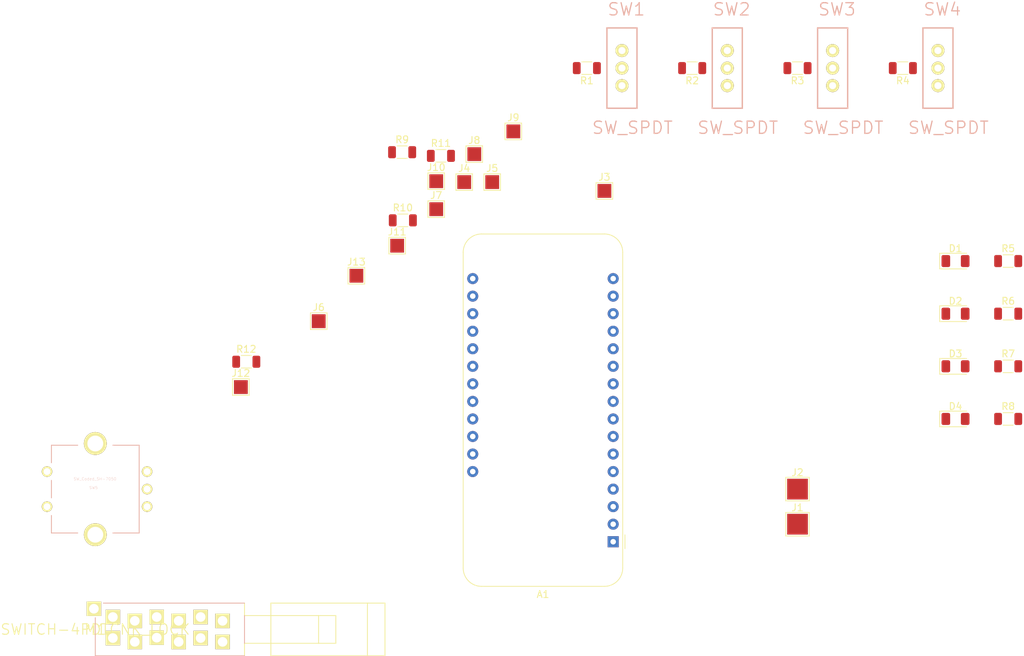
<source format=kicad_pcb>
(kicad_pcb (version 20171130) (host pcbnew "(5.1.10)-1")

  (general
    (thickness 1.6)
    (drawings 0)
    (tracks 0)
    (zones 0)
    (modules 36)
    (nets 46)
  )

  (page A4)
  (layers
    (0 F.Cu signal)
    (31 B.Cu signal)
    (32 B.Adhes user)
    (33 F.Adhes user)
    (34 B.Paste user)
    (35 F.Paste user)
    (36 B.SilkS user)
    (37 F.SilkS user)
    (38 B.Mask user)
    (39 F.Mask user)
    (40 Dwgs.User user)
    (41 Cmts.User user hide)
    (42 Eco1.User user hide)
    (43 Eco2.User user hide)
    (44 Edge.Cuts user)
    (45 Margin user)
    (46 B.CrtYd user)
    (47 F.CrtYd user)
    (48 B.Fab user hide)
    (49 F.Fab user hide)
  )

  (setup
    (last_trace_width 0.25)
    (trace_clearance 0.2)
    (zone_clearance 0.508)
    (zone_45_only no)
    (trace_min 0.2)
    (via_size 0.8)
    (via_drill 0.4)
    (via_min_size 0.4)
    (via_min_drill 0.3)
    (uvia_size 0.3)
    (uvia_drill 0.1)
    (uvias_allowed no)
    (uvia_min_size 0.2)
    (uvia_min_drill 0.1)
    (edge_width 0.05)
    (segment_width 0.2)
    (pcb_text_width 0.3)
    (pcb_text_size 1.5 1.5)
    (mod_edge_width 0.12)
    (mod_text_size 1 1)
    (mod_text_width 0.15)
    (pad_size 1.524 1.524)
    (pad_drill 0.762)
    (pad_to_mask_clearance 0)
    (aux_axis_origin 0 0)
    (visible_elements FFFFFF7F)
    (pcbplotparams
      (layerselection 0x010fc_ffffffff)
      (usegerberextensions false)
      (usegerberattributes true)
      (usegerberadvancedattributes true)
      (creategerberjobfile true)
      (excludeedgelayer true)
      (linewidth 0.100000)
      (plotframeref false)
      (viasonmask false)
      (mode 1)
      (useauxorigin false)
      (hpglpennumber 1)
      (hpglpenspeed 20)
      (hpglpendiameter 15.000000)
      (psnegative false)
      (psa4output false)
      (plotreference true)
      (plotvalue true)
      (plotinvisibletext false)
      (padsonsilk false)
      (subtractmaskfromsilk false)
      (outputformat 1)
      (mirror false)
      (drillshape 1)
      (scaleselection 1)
      (outputdirectory ""))
  )

  (net 0 "")
  (net 1 "Net-(A1-Pad16)")
  (net 2 "Net-(A1-Pad15)")
  (net 3 "Net-(A1-Pad14)")
  (net 4 K3)
  (net 5 K2)
  (net 6 K1)
  (net 7 "Net-(A1-Pad10)")
  (net 8 "Net-(A1-Pad9)")
  (net 9 DATA_0)
  (net 10 DATA_1)
  (net 11 DATA_2)
  (net 12 DATA_3)
  (net 13 GND)
  (net 14 "Net-(A1-Pad3)")
  (net 15 "Net-(A1-Pad2)")
  (net 16 "Net-(A1-Pad1)")
  (net 17 "Net-(A1-Pad28)")
  (net 18 "Net-(A1-Pad27)")
  (net 19 +5V)
  (net 20 G)
  (net 21 F)
  (net 22 E)
  (net 23 D)
  (net 24 C)
  (net 25 B)
  (net 26 A)
  (net 27 "Net-(A1-Pad18)")
  (net 28 "Net-(A1-Pad17)")
  (net 29 "Net-(D1-Pad1)")
  (net 30 "Net-(D2-Pad1)")
  (net 31 "Net-(D3-Pad1)")
  (net 32 "Net-(D4-Pad1)")
  (net 33 VCC)
  (net 34 SLIDE_DATA_0)
  (net 35 SLIDE_DATA_1)
  (net 36 SLIDE_DATA_2)
  (net 37 SLIDE_DATA_3)
  (net 38 ROT_DATA_0)
  (net 39 ROT_DATA_1)
  (net 40 ROT_DATA_2)
  (net 41 ROT_DATA_3)
  (net 42 "Net-(SW1-Pad3)")
  (net 43 "Net-(SW2-Pad3)")
  (net 44 "Net-(SW3-Pad3)")
  (net 45 "Net-(SW4-Pad3)")

  (net_class Default "This is the default net class."
    (clearance 0.2)
    (trace_width 0.25)
    (via_dia 0.8)
    (via_drill 0.4)
    (uvia_dia 0.3)
    (uvia_drill 0.1)
    (add_net +5V)
    (add_net A)
    (add_net B)
    (add_net C)
    (add_net D)
    (add_net DATA_0)
    (add_net DATA_1)
    (add_net DATA_2)
    (add_net DATA_3)
    (add_net E)
    (add_net F)
    (add_net G)
    (add_net GND)
    (add_net K1)
    (add_net K2)
    (add_net K3)
    (add_net "Net-(A1-Pad1)")
    (add_net "Net-(A1-Pad10)")
    (add_net "Net-(A1-Pad14)")
    (add_net "Net-(A1-Pad15)")
    (add_net "Net-(A1-Pad16)")
    (add_net "Net-(A1-Pad17)")
    (add_net "Net-(A1-Pad18)")
    (add_net "Net-(A1-Pad2)")
    (add_net "Net-(A1-Pad27)")
    (add_net "Net-(A1-Pad28)")
    (add_net "Net-(A1-Pad3)")
    (add_net "Net-(A1-Pad9)")
    (add_net "Net-(D1-Pad1)")
    (add_net "Net-(D2-Pad1)")
    (add_net "Net-(D3-Pad1)")
    (add_net "Net-(D4-Pad1)")
    (add_net "Net-(SW1-Pad3)")
    (add_net "Net-(SW2-Pad3)")
    (add_net "Net-(SW3-Pad3)")
    (add_net "Net-(SW4-Pad3)")
    (add_net ROT_DATA_0)
    (add_net ROT_DATA_1)
    (add_net ROT_DATA_2)
    (add_net ROT_DATA_3)
    (add_net SLIDE_DATA_0)
    (add_net SLIDE_DATA_1)
    (add_net SLIDE_DATA_2)
    (add_net SLIDE_DATA_3)
    (add_net VCC)
  )

  (module Module_Feather:Adafruit_Feather (layer F.Cu) (tedit 5F71FFF3) (tstamp 621DE9E3)
    (at 161.29 106.68 180)
    (descr "Common footprint for the Adafruit Feather series of boards, https://learn.adafruit.com/adafruit-feather/feather-specification")
    (tags "Adafruit Feather")
    (path /6216D6BD)
    (fp_text reference A1 (at 10.16 -7.62) (layer F.SilkS)
      (effects (font (size 1 1) (thickness 0.15)))
    )
    (fp_text value "Feather 328P" (at 10.16 45.72 180) (layer F.Fab)
      (effects (font (size 1 1) (thickness 0.15)))
    )
    (fp_line (start -0.381 0) (end -1.27 0.889) (layer F.Fab) (width 0.1))
    (fp_line (start -1.27 -0.889) (end -0.381 0) (layer F.Fab) (width 0.1))
    (fp_line (start -1.7 1) (end -1.7 -1) (layer F.SilkS) (width 0.12))
    (fp_line (start 21.84 41.91) (end 21.84 -3.81) (layer F.CrtYd) (width 0.05))
    (fp_line (start 19.05 44.7) (end 1.27 44.7) (layer F.CrtYd) (width 0.05))
    (fp_line (start -1.52 41.91) (end -1.52 -3.81) (layer F.CrtYd) (width 0.05))
    (fp_line (start 19.05 -6.46) (end 1.27 -6.46) (layer F.SilkS) (width 0.12))
    (fp_line (start 19.05 44.56) (end 1.27 44.56) (layer F.SilkS) (width 0.12))
    (fp_line (start 21.7 -3.81) (end 21.7 41.91) (layer F.SilkS) (width 0.12))
    (fp_line (start -1.38 -3.81) (end -1.38 41.91) (layer F.SilkS) (width 0.12))
    (fp_line (start 19.05 -6.35) (end 1.27 -6.35) (layer F.Fab) (width 0.1))
    (fp_line (start -1.27 -3.81) (end -1.27 41.91) (layer F.Fab) (width 0.1))
    (fp_line (start 1.27 44.45) (end 19.05 44.45) (layer F.Fab) (width 0.1))
    (fp_line (start 21.59 41.91) (end 21.59 -3.81) (layer F.Fab) (width 0.1))
    (fp_line (start 19.05 -6.6) (end 1.27 -6.6) (layer F.CrtYd) (width 0.05))
    (fp_arc (start 19.05 -3.81) (end 21.84 -3.81) (angle -90) (layer F.CrtYd) (width 0.05))
    (fp_arc (start 1.27 -3.81) (end 1.27 -6.6) (angle -90) (layer F.CrtYd) (width 0.05))
    (fp_arc (start 19.05 41.91) (end 21.59 41.91) (angle 90) (layer F.Fab) (width 0.1))
    (fp_arc (start 1.27 41.91) (end -1.27 41.91) (angle -88.9) (layer F.Fab) (width 0.1))
    (fp_arc (start 1.27 -3.81) (end -1.27 -3.81) (angle 90) (layer F.Fab) (width 0.1))
    (fp_arc (start 19.05 -3.81) (end 19.05 -6.35) (angle 90) (layer F.Fab) (width 0.1))
    (fp_arc (start 1.27 41.91) (end -1.38 41.91) (angle -90) (layer F.SilkS) (width 0.12))
    (fp_arc (start 19.05 41.91) (end 19.05 44.56) (angle -90) (layer F.SilkS) (width 0.12))
    (fp_arc (start 1.27 -3.81) (end 1.27 -6.46) (angle -90) (layer F.SilkS) (width 0.12))
    (fp_arc (start 19.05 -3.81) (end 21.7 -3.81) (angle -90) (layer F.SilkS) (width 0.12))
    (fp_arc (start 1.27 41.91) (end -1.52 41.91) (angle -90) (layer F.CrtYd) (width 0.05))
    (fp_arc (start 19.05 41.91) (end 19.05 44.7) (angle -90) (layer F.CrtYd) (width 0.05))
    (fp_text user %R (at 10.16 19.05 180) (layer F.Fab)
      (effects (font (size 1 1) (thickness 0.15)))
    )
    (pad 16 thru_hole circle (at 0 38.1) (size 1.6 1.6) (drill 0.8) (layers *.Cu *.Mask)
      (net 1 "Net-(A1-Pad16)"))
    (pad 15 thru_hole circle (at 0 35.56) (size 1.6 1.6) (drill 0.8) (layers *.Cu *.Mask)
      (net 2 "Net-(A1-Pad15)"))
    (pad 14 thru_hole circle (at 0 33.02) (size 1.6 1.6) (drill 0.8) (layers *.Cu *.Mask)
      (net 3 "Net-(A1-Pad14)"))
    (pad 13 thru_hole circle (at 0 30.48) (size 1.6 1.6) (drill 0.8) (layers *.Cu *.Mask)
      (net 4 K3))
    (pad 12 thru_hole circle (at 0 27.94) (size 1.6 1.6) (drill 0.8) (layers *.Cu *.Mask)
      (net 5 K2))
    (pad 11 thru_hole circle (at 0 25.4) (size 1.6 1.6) (drill 0.8) (layers *.Cu *.Mask)
      (net 6 K1))
    (pad 10 thru_hole circle (at 0 22.86) (size 1.6 1.6) (drill 0.8) (layers *.Cu *.Mask)
      (net 7 "Net-(A1-Pad10)"))
    (pad 9 thru_hole circle (at 0 20.32) (size 1.6 1.6) (drill 0.8) (layers *.Cu *.Mask)
      (net 8 "Net-(A1-Pad9)"))
    (pad 8 thru_hole circle (at 0 17.78) (size 1.6 1.6) (drill 0.8) (layers *.Cu *.Mask)
      (net 9 DATA_0))
    (pad 7 thru_hole circle (at 0 15.24) (size 1.6 1.6) (drill 0.8) (layers *.Cu *.Mask)
      (net 10 DATA_1))
    (pad 6 thru_hole circle (at 0 12.7) (size 1.6 1.6) (drill 0.8) (layers *.Cu *.Mask)
      (net 11 DATA_2))
    (pad 5 thru_hole circle (at 0 10.16) (size 1.6 1.6) (drill 0.8) (layers *.Cu *.Mask)
      (net 12 DATA_3))
    (pad 4 thru_hole circle (at 0 7.62) (size 1.6 1.6) (drill 0.8) (layers *.Cu *.Mask)
      (net 13 GND))
    (pad 3 thru_hole circle (at 0 5.08) (size 1.6 1.6) (drill 0.8) (layers *.Cu *.Mask)
      (net 14 "Net-(A1-Pad3)"))
    (pad 2 thru_hole circle (at 0 2.54) (size 1.6 1.6) (drill 0.8) (layers *.Cu *.Mask)
      (net 15 "Net-(A1-Pad2)"))
    (pad 1 thru_hole rect (at 0 0) (size 1.6 1.6) (drill 0.8) (layers *.Cu *.Mask)
      (net 16 "Net-(A1-Pad1)"))
    (pad 28 thru_hole circle (at 20.32 10.16) (size 1.6 1.6) (drill 0.8) (layers *.Cu *.Mask)
      (net 17 "Net-(A1-Pad28)"))
    (pad 27 thru_hole circle (at 20.32 12.7) (size 1.6 1.6) (drill 0.8) (layers *.Cu *.Mask)
      (net 18 "Net-(A1-Pad27)"))
    (pad 26 thru_hole circle (at 20.32 15.24) (size 1.6 1.6) (drill 0.8) (layers *.Cu *.Mask)
      (net 19 +5V))
    (pad 25 thru_hole circle (at 20.32 17.78) (size 1.6 1.6) (drill 0.8) (layers *.Cu *.Mask)
      (net 20 G))
    (pad 24 thru_hole circle (at 20.32 20.32) (size 1.6 1.6) (drill 0.8) (layers *.Cu *.Mask)
      (net 21 F))
    (pad 23 thru_hole circle (at 20.32 22.86) (size 1.6 1.6) (drill 0.8) (layers *.Cu *.Mask)
      (net 22 E))
    (pad 22 thru_hole circle (at 20.32 25.4) (size 1.6 1.6) (drill 0.8) (layers *.Cu *.Mask)
      (net 23 D))
    (pad 21 thru_hole circle (at 20.32 27.94) (size 1.6 1.6) (drill 0.8) (layers *.Cu *.Mask)
      (net 24 C))
    (pad 20 thru_hole circle (at 20.32 30.48) (size 1.6 1.6) (drill 0.8) (layers *.Cu *.Mask)
      (net 25 B))
    (pad 19 thru_hole circle (at 20.32 33.02) (size 1.6 1.6) (drill 0.8) (layers *.Cu *.Mask)
      (net 26 A))
    (pad 18 thru_hole circle (at 20.32 35.56) (size 1.6 1.6) (drill 0.8) (layers *.Cu *.Mask)
      (net 27 "Net-(A1-Pad18)"))
    (pad 17 thru_hole circle (at 20.32 38.1) (size 1.6 1.6) (drill 0.8) (layers *.Cu *.Mask)
      (net 28 "Net-(A1-Pad17)"))
    (model ${KISYS3DMOD}/Module.3dshapes/Adafruit_Feather.wrl
      (at (xyz 0 0 0))
      (scale (xyz 1 1 1))
      (rotate (xyz 0 0 0))
    )
  )

  (module LED_SMD:LED_1206_3216Metric (layer F.Cu) (tedit 5F68FEF1) (tstamp 621DE9F6)
    (at 210.82 66.04)
    (descr "LED SMD 1206 (3216 Metric), square (rectangular) end terminal, IPC_7351 nominal, (Body size source: http://www.tortai-tech.com/upload/download/2011102023233369053.pdf), generated with kicad-footprint-generator")
    (tags LED)
    (path /621777A7)
    (attr smd)
    (fp_text reference D1 (at 0 -1.82) (layer F.SilkS)
      (effects (font (size 1 1) (thickness 0.15)))
    )
    (fp_text value LED (at 0 1.82) (layer F.Fab)
      (effects (font (size 1 1) (thickness 0.15)))
    )
    (fp_text user %R (at 0 0) (layer F.Fab)
      (effects (font (size 0.8 0.8) (thickness 0.12)))
    )
    (fp_line (start 1.6 -0.8) (end -1.2 -0.8) (layer F.Fab) (width 0.1))
    (fp_line (start -1.2 -0.8) (end -1.6 -0.4) (layer F.Fab) (width 0.1))
    (fp_line (start -1.6 -0.4) (end -1.6 0.8) (layer F.Fab) (width 0.1))
    (fp_line (start -1.6 0.8) (end 1.6 0.8) (layer F.Fab) (width 0.1))
    (fp_line (start 1.6 0.8) (end 1.6 -0.8) (layer F.Fab) (width 0.1))
    (fp_line (start 1.6 -1.135) (end -2.285 -1.135) (layer F.SilkS) (width 0.12))
    (fp_line (start -2.285 -1.135) (end -2.285 1.135) (layer F.SilkS) (width 0.12))
    (fp_line (start -2.285 1.135) (end 1.6 1.135) (layer F.SilkS) (width 0.12))
    (fp_line (start -2.28 1.12) (end -2.28 -1.12) (layer F.CrtYd) (width 0.05))
    (fp_line (start -2.28 -1.12) (end 2.28 -1.12) (layer F.CrtYd) (width 0.05))
    (fp_line (start 2.28 -1.12) (end 2.28 1.12) (layer F.CrtYd) (width 0.05))
    (fp_line (start 2.28 1.12) (end -2.28 1.12) (layer F.CrtYd) (width 0.05))
    (pad 2 smd roundrect (at 1.4 0) (size 1.25 1.75) (layers F.Cu F.Paste F.Mask) (roundrect_rratio 0.2)
      (net 9 DATA_0))
    (pad 1 smd roundrect (at -1.4 0) (size 1.25 1.75) (layers F.Cu F.Paste F.Mask) (roundrect_rratio 0.2)
      (net 29 "Net-(D1-Pad1)"))
    (model ${KISYS3DMOD}/LED_SMD.3dshapes/LED_1206_3216Metric.wrl
      (at (xyz 0 0 0))
      (scale (xyz 1 1 1))
      (rotate (xyz 0 0 0))
    )
  )

  (module LED_SMD:LED_1206_3216Metric (layer F.Cu) (tedit 5F68FEF1) (tstamp 621DEA09)
    (at 210.82 73.66)
    (descr "LED SMD 1206 (3216 Metric), square (rectangular) end terminal, IPC_7351 nominal, (Body size source: http://www.tortai-tech.com/upload/download/2011102023233369053.pdf), generated with kicad-footprint-generator")
    (tags LED)
    (path /62178C23)
    (attr smd)
    (fp_text reference D2 (at 0 -1.82) (layer F.SilkS)
      (effects (font (size 1 1) (thickness 0.15)))
    )
    (fp_text value LED (at 0 1.82) (layer F.Fab)
      (effects (font (size 1 1) (thickness 0.15)))
    )
    (fp_line (start 2.28 1.12) (end -2.28 1.12) (layer F.CrtYd) (width 0.05))
    (fp_line (start 2.28 -1.12) (end 2.28 1.12) (layer F.CrtYd) (width 0.05))
    (fp_line (start -2.28 -1.12) (end 2.28 -1.12) (layer F.CrtYd) (width 0.05))
    (fp_line (start -2.28 1.12) (end -2.28 -1.12) (layer F.CrtYd) (width 0.05))
    (fp_line (start -2.285 1.135) (end 1.6 1.135) (layer F.SilkS) (width 0.12))
    (fp_line (start -2.285 -1.135) (end -2.285 1.135) (layer F.SilkS) (width 0.12))
    (fp_line (start 1.6 -1.135) (end -2.285 -1.135) (layer F.SilkS) (width 0.12))
    (fp_line (start 1.6 0.8) (end 1.6 -0.8) (layer F.Fab) (width 0.1))
    (fp_line (start -1.6 0.8) (end 1.6 0.8) (layer F.Fab) (width 0.1))
    (fp_line (start -1.6 -0.4) (end -1.6 0.8) (layer F.Fab) (width 0.1))
    (fp_line (start -1.2 -0.8) (end -1.6 -0.4) (layer F.Fab) (width 0.1))
    (fp_line (start 1.6 -0.8) (end -1.2 -0.8) (layer F.Fab) (width 0.1))
    (fp_text user %R (at 0 0) (layer F.Fab)
      (effects (font (size 0.8 0.8) (thickness 0.12)))
    )
    (pad 1 smd roundrect (at -1.4 0) (size 1.25 1.75) (layers F.Cu F.Paste F.Mask) (roundrect_rratio 0.2)
      (net 30 "Net-(D2-Pad1)"))
    (pad 2 smd roundrect (at 1.4 0) (size 1.25 1.75) (layers F.Cu F.Paste F.Mask) (roundrect_rratio 0.2)
      (net 10 DATA_1))
    (model ${KISYS3DMOD}/LED_SMD.3dshapes/LED_1206_3216Metric.wrl
      (at (xyz 0 0 0))
      (scale (xyz 1 1 1))
      (rotate (xyz 0 0 0))
    )
  )

  (module LED_SMD:LED_1206_3216Metric (layer F.Cu) (tedit 5F68FEF1) (tstamp 621DEA1C)
    (at 210.82 81.28)
    (descr "LED SMD 1206 (3216 Metric), square (rectangular) end terminal, IPC_7351 nominal, (Body size source: http://www.tortai-tech.com/upload/download/2011102023233369053.pdf), generated with kicad-footprint-generator")
    (tags LED)
    (path /6217C324)
    (attr smd)
    (fp_text reference D3 (at 0 -1.82) (layer F.SilkS)
      (effects (font (size 1 1) (thickness 0.15)))
    )
    (fp_text value LED (at 0 1.82) (layer F.Fab)
      (effects (font (size 1 1) (thickness 0.15)))
    )
    (fp_text user %R (at 0 0) (layer F.Fab)
      (effects (font (size 0.8 0.8) (thickness 0.12)))
    )
    (fp_line (start 1.6 -0.8) (end -1.2 -0.8) (layer F.Fab) (width 0.1))
    (fp_line (start -1.2 -0.8) (end -1.6 -0.4) (layer F.Fab) (width 0.1))
    (fp_line (start -1.6 -0.4) (end -1.6 0.8) (layer F.Fab) (width 0.1))
    (fp_line (start -1.6 0.8) (end 1.6 0.8) (layer F.Fab) (width 0.1))
    (fp_line (start 1.6 0.8) (end 1.6 -0.8) (layer F.Fab) (width 0.1))
    (fp_line (start 1.6 -1.135) (end -2.285 -1.135) (layer F.SilkS) (width 0.12))
    (fp_line (start -2.285 -1.135) (end -2.285 1.135) (layer F.SilkS) (width 0.12))
    (fp_line (start -2.285 1.135) (end 1.6 1.135) (layer F.SilkS) (width 0.12))
    (fp_line (start -2.28 1.12) (end -2.28 -1.12) (layer F.CrtYd) (width 0.05))
    (fp_line (start -2.28 -1.12) (end 2.28 -1.12) (layer F.CrtYd) (width 0.05))
    (fp_line (start 2.28 -1.12) (end 2.28 1.12) (layer F.CrtYd) (width 0.05))
    (fp_line (start 2.28 1.12) (end -2.28 1.12) (layer F.CrtYd) (width 0.05))
    (pad 2 smd roundrect (at 1.4 0) (size 1.25 1.75) (layers F.Cu F.Paste F.Mask) (roundrect_rratio 0.2)
      (net 11 DATA_2))
    (pad 1 smd roundrect (at -1.4 0) (size 1.25 1.75) (layers F.Cu F.Paste F.Mask) (roundrect_rratio 0.2)
      (net 31 "Net-(D3-Pad1)"))
    (model ${KISYS3DMOD}/LED_SMD.3dshapes/LED_1206_3216Metric.wrl
      (at (xyz 0 0 0))
      (scale (xyz 1 1 1))
      (rotate (xyz 0 0 0))
    )
  )

  (module LED_SMD:LED_1206_3216Metric (layer F.Cu) (tedit 5F68FEF1) (tstamp 621DEA2F)
    (at 210.82 88.9)
    (descr "LED SMD 1206 (3216 Metric), square (rectangular) end terminal, IPC_7351 nominal, (Body size source: http://www.tortai-tech.com/upload/download/2011102023233369053.pdf), generated with kicad-footprint-generator")
    (tags LED)
    (path /6217C32A)
    (attr smd)
    (fp_text reference D4 (at 0 -1.82) (layer F.SilkS)
      (effects (font (size 1 1) (thickness 0.15)))
    )
    (fp_text value LED (at 0 1.82) (layer F.Fab)
      (effects (font (size 1 1) (thickness 0.15)))
    )
    (fp_line (start 2.28 1.12) (end -2.28 1.12) (layer F.CrtYd) (width 0.05))
    (fp_line (start 2.28 -1.12) (end 2.28 1.12) (layer F.CrtYd) (width 0.05))
    (fp_line (start -2.28 -1.12) (end 2.28 -1.12) (layer F.CrtYd) (width 0.05))
    (fp_line (start -2.28 1.12) (end -2.28 -1.12) (layer F.CrtYd) (width 0.05))
    (fp_line (start -2.285 1.135) (end 1.6 1.135) (layer F.SilkS) (width 0.12))
    (fp_line (start -2.285 -1.135) (end -2.285 1.135) (layer F.SilkS) (width 0.12))
    (fp_line (start 1.6 -1.135) (end -2.285 -1.135) (layer F.SilkS) (width 0.12))
    (fp_line (start 1.6 0.8) (end 1.6 -0.8) (layer F.Fab) (width 0.1))
    (fp_line (start -1.6 0.8) (end 1.6 0.8) (layer F.Fab) (width 0.1))
    (fp_line (start -1.6 -0.4) (end -1.6 0.8) (layer F.Fab) (width 0.1))
    (fp_line (start -1.2 -0.8) (end -1.6 -0.4) (layer F.Fab) (width 0.1))
    (fp_line (start 1.6 -0.8) (end -1.2 -0.8) (layer F.Fab) (width 0.1))
    (fp_text user %R (at 0 0) (layer F.Fab)
      (effects (font (size 0.8 0.8) (thickness 0.12)))
    )
    (pad 1 smd roundrect (at -1.4 0) (size 1.25 1.75) (layers F.Cu F.Paste F.Mask) (roundrect_rratio 0.2)
      (net 32 "Net-(D4-Pad1)"))
    (pad 2 smd roundrect (at 1.4 0) (size 1.25 1.75) (layers F.Cu F.Paste F.Mask) (roundrect_rratio 0.2)
      (net 12 DATA_3))
    (model ${KISYS3DMOD}/LED_SMD.3dshapes/LED_1206_3216Metric.wrl
      (at (xyz 0 0 0))
      (scale (xyz 1 1 1))
      (rotate (xyz 0 0 0))
    )
  )

  (module TestPoint:TestPoint_Pad_3.0x3.0mm (layer F.Cu) (tedit 5A0F774F) (tstamp 621DEA3D)
    (at 187.96 104.14)
    (descr "SMD rectangular pad as test Point, square 3.0mm side length")
    (tags "test point SMD pad rectangle square")
    (path /6232AE3E)
    (attr virtual)
    (fp_text reference J1 (at 0 -2.398) (layer F.SilkS)
      (effects (font (size 1 1) (thickness 0.15)))
    )
    (fp_text value VCC (at 0 2.55) (layer F.Fab)
      (effects (font (size 1 1) (thickness 0.15)))
    )
    (fp_text user %R (at 0 -2.4) (layer F.Fab)
      (effects (font (size 1 1) (thickness 0.15)))
    )
    (fp_line (start -1.7 -1.7) (end 1.7 -1.7) (layer F.SilkS) (width 0.12))
    (fp_line (start 1.7 -1.7) (end 1.7 1.7) (layer F.SilkS) (width 0.12))
    (fp_line (start 1.7 1.7) (end -1.7 1.7) (layer F.SilkS) (width 0.12))
    (fp_line (start -1.7 1.7) (end -1.7 -1.7) (layer F.SilkS) (width 0.12))
    (fp_line (start -2 -2) (end 2 -2) (layer F.CrtYd) (width 0.05))
    (fp_line (start -2 -2) (end -2 2) (layer F.CrtYd) (width 0.05))
    (fp_line (start 2 2) (end 2 -2) (layer F.CrtYd) (width 0.05))
    (fp_line (start 2 2) (end -2 2) (layer F.CrtYd) (width 0.05))
    (pad 1 smd rect (at 0 0) (size 3 3) (layers F.Cu F.Mask)
      (net 33 VCC))
  )

  (module TestPoint:TestPoint_Pad_3.0x3.0mm (layer F.Cu) (tedit 5A0F774F) (tstamp 621DEA4B)
    (at 187.96 99.06)
    (descr "SMD rectangular pad as test Point, square 3.0mm side length")
    (tags "test point SMD pad rectangle square")
    (path /6232C0D6)
    (attr virtual)
    (fp_text reference J2 (at 0 -2.398) (layer F.SilkS)
      (effects (font (size 1 1) (thickness 0.15)))
    )
    (fp_text value GND (at 0 2.55) (layer F.Fab)
      (effects (font (size 1 1) (thickness 0.15)))
    )
    (fp_line (start 2 2) (end -2 2) (layer F.CrtYd) (width 0.05))
    (fp_line (start 2 2) (end 2 -2) (layer F.CrtYd) (width 0.05))
    (fp_line (start -2 -2) (end -2 2) (layer F.CrtYd) (width 0.05))
    (fp_line (start -2 -2) (end 2 -2) (layer F.CrtYd) (width 0.05))
    (fp_line (start -1.7 1.7) (end -1.7 -1.7) (layer F.SilkS) (width 0.12))
    (fp_line (start 1.7 1.7) (end -1.7 1.7) (layer F.SilkS) (width 0.12))
    (fp_line (start 1.7 -1.7) (end 1.7 1.7) (layer F.SilkS) (width 0.12))
    (fp_line (start -1.7 -1.7) (end 1.7 -1.7) (layer F.SilkS) (width 0.12))
    (fp_text user %R (at 0 -2.4) (layer F.Fab)
      (effects (font (size 1 1) (thickness 0.15)))
    )
    (pad 1 smd rect (at 0 0) (size 3 3) (layers F.Cu F.Mask)
      (net 13 GND))
  )

  (module TestPoint:TestPoint_Pad_2.0x2.0mm (layer F.Cu) (tedit 5A0F774F) (tstamp 621DEA59)
    (at 160.02 55.88)
    (descr "SMD rectangular pad as test Point, square 2.0mm side length")
    (tags "test point SMD pad rectangle square")
    (path /623464AE)
    (attr virtual)
    (fp_text reference J3 (at 0 -1.998) (layer F.SilkS)
      (effects (font (size 1 1) (thickness 0.15)))
    )
    (fp_text value DATA_0 (at 0 2.05) (layer F.Fab)
      (effects (font (size 1 1) (thickness 0.15)))
    )
    (fp_text user %R (at 0 -2) (layer F.Fab)
      (effects (font (size 1 1) (thickness 0.15)))
    )
    (fp_line (start -1.2 -1.2) (end 1.2 -1.2) (layer F.SilkS) (width 0.12))
    (fp_line (start 1.2 -1.2) (end 1.2 1.2) (layer F.SilkS) (width 0.12))
    (fp_line (start 1.2 1.2) (end -1.2 1.2) (layer F.SilkS) (width 0.12))
    (fp_line (start -1.2 1.2) (end -1.2 -1.2) (layer F.SilkS) (width 0.12))
    (fp_line (start -1.5 -1.5) (end 1.5 -1.5) (layer F.CrtYd) (width 0.05))
    (fp_line (start -1.5 -1.5) (end -1.5 1.5) (layer F.CrtYd) (width 0.05))
    (fp_line (start 1.5 1.5) (end 1.5 -1.5) (layer F.CrtYd) (width 0.05))
    (fp_line (start 1.5 1.5) (end -1.5 1.5) (layer F.CrtYd) (width 0.05))
    (pad 1 smd rect (at 0 0) (size 2 2) (layers F.Cu F.Mask)
      (net 9 DATA_0))
  )

  (module TestPoint:TestPoint_Pad_2.0x2.0mm (layer F.Cu) (tedit 5A0F774F) (tstamp 621DEA67)
    (at 139.735001 54.605001)
    (descr "SMD rectangular pad as test Point, square 2.0mm side length")
    (tags "test point SMD pad rectangle square")
    (path /62346C76)
    (attr virtual)
    (fp_text reference J4 (at 0 -1.998) (layer F.SilkS)
      (effects (font (size 1 1) (thickness 0.15)))
    )
    (fp_text value DATA_1 (at 0 2.05) (layer F.Fab)
      (effects (font (size 1 1) (thickness 0.15)))
    )
    (fp_line (start 1.5 1.5) (end -1.5 1.5) (layer F.CrtYd) (width 0.05))
    (fp_line (start 1.5 1.5) (end 1.5 -1.5) (layer F.CrtYd) (width 0.05))
    (fp_line (start -1.5 -1.5) (end -1.5 1.5) (layer F.CrtYd) (width 0.05))
    (fp_line (start -1.5 -1.5) (end 1.5 -1.5) (layer F.CrtYd) (width 0.05))
    (fp_line (start -1.2 1.2) (end -1.2 -1.2) (layer F.SilkS) (width 0.12))
    (fp_line (start 1.2 1.2) (end -1.2 1.2) (layer F.SilkS) (width 0.12))
    (fp_line (start 1.2 -1.2) (end 1.2 1.2) (layer F.SilkS) (width 0.12))
    (fp_line (start -1.2 -1.2) (end 1.2 -1.2) (layer F.SilkS) (width 0.12))
    (fp_text user %R (at 0 -2) (layer F.Fab)
      (effects (font (size 1 1) (thickness 0.15)))
    )
    (pad 1 smd rect (at 0 0) (size 2 2) (layers F.Cu F.Mask)
      (net 10 DATA_1))
  )

  (module TestPoint:TestPoint_Pad_2.0x2.0mm (layer F.Cu) (tedit 5A0F774F) (tstamp 621DEA75)
    (at 143.785001 54.605001)
    (descr "SMD rectangular pad as test Point, square 2.0mm side length")
    (tags "test point SMD pad rectangle square")
    (path /62347F17)
    (attr virtual)
    (fp_text reference J5 (at 0 -1.998) (layer F.SilkS)
      (effects (font (size 1 1) (thickness 0.15)))
    )
    (fp_text value DATA_2 (at 0 2.05) (layer F.Fab)
      (effects (font (size 1 1) (thickness 0.15)))
    )
    (fp_text user %R (at 0 -2) (layer F.Fab)
      (effects (font (size 1 1) (thickness 0.15)))
    )
    (fp_line (start -1.2 -1.2) (end 1.2 -1.2) (layer F.SilkS) (width 0.12))
    (fp_line (start 1.2 -1.2) (end 1.2 1.2) (layer F.SilkS) (width 0.12))
    (fp_line (start 1.2 1.2) (end -1.2 1.2) (layer F.SilkS) (width 0.12))
    (fp_line (start -1.2 1.2) (end -1.2 -1.2) (layer F.SilkS) (width 0.12))
    (fp_line (start -1.5 -1.5) (end 1.5 -1.5) (layer F.CrtYd) (width 0.05))
    (fp_line (start -1.5 -1.5) (end -1.5 1.5) (layer F.CrtYd) (width 0.05))
    (fp_line (start 1.5 1.5) (end 1.5 -1.5) (layer F.CrtYd) (width 0.05))
    (fp_line (start 1.5 1.5) (end -1.5 1.5) (layer F.CrtYd) (width 0.05))
    (pad 1 smd rect (at 0 0) (size 2 2) (layers F.Cu F.Mask)
      (net 11 DATA_2))
  )

  (module TestPoint:TestPoint_Pad_2.0x2.0mm (layer F.Cu) (tedit 5A0F774F) (tstamp 621DEA83)
    (at 118.685001 74.745001)
    (descr "SMD rectangular pad as test Point, square 2.0mm side length")
    (tags "test point SMD pad rectangle square")
    (path /6234886E)
    (attr virtual)
    (fp_text reference J6 (at 0 -1.998) (layer F.SilkS)
      (effects (font (size 1 1) (thickness 0.15)))
    )
    (fp_text value DATA_3 (at 0 2.05) (layer F.Fab)
      (effects (font (size 1 1) (thickness 0.15)))
    )
    (fp_line (start 1.5 1.5) (end -1.5 1.5) (layer F.CrtYd) (width 0.05))
    (fp_line (start 1.5 1.5) (end 1.5 -1.5) (layer F.CrtYd) (width 0.05))
    (fp_line (start -1.5 -1.5) (end -1.5 1.5) (layer F.CrtYd) (width 0.05))
    (fp_line (start -1.5 -1.5) (end 1.5 -1.5) (layer F.CrtYd) (width 0.05))
    (fp_line (start -1.2 1.2) (end -1.2 -1.2) (layer F.SilkS) (width 0.12))
    (fp_line (start 1.2 1.2) (end -1.2 1.2) (layer F.SilkS) (width 0.12))
    (fp_line (start 1.2 -1.2) (end 1.2 1.2) (layer F.SilkS) (width 0.12))
    (fp_line (start -1.2 -1.2) (end 1.2 -1.2) (layer F.SilkS) (width 0.12))
    (fp_text user %R (at 0 -2) (layer F.Fab)
      (effects (font (size 1 1) (thickness 0.15)))
    )
    (pad 1 smd rect (at 0 0) (size 2 2) (layers F.Cu F.Mask)
      (net 12 DATA_3))
  )

  (module TestPoint:TestPoint_Pad_2.0x2.0mm (layer F.Cu) (tedit 5A0F774F) (tstamp 621DEA91)
    (at 135.685001 58.525001)
    (descr "SMD rectangular pad as test Point, square 2.0mm side length")
    (tags "test point SMD pad rectangle square")
    (path /62338610)
    (attr virtual)
    (fp_text reference J7 (at 0 -1.998) (layer F.SilkS)
      (effects (font (size 1 1) (thickness 0.15)))
    )
    (fp_text value K1 (at 0 2.05) (layer F.Fab)
      (effects (font (size 1 1) (thickness 0.15)))
    )
    (fp_line (start 1.5 1.5) (end -1.5 1.5) (layer F.CrtYd) (width 0.05))
    (fp_line (start 1.5 1.5) (end 1.5 -1.5) (layer F.CrtYd) (width 0.05))
    (fp_line (start -1.5 -1.5) (end -1.5 1.5) (layer F.CrtYd) (width 0.05))
    (fp_line (start -1.5 -1.5) (end 1.5 -1.5) (layer F.CrtYd) (width 0.05))
    (fp_line (start -1.2 1.2) (end -1.2 -1.2) (layer F.SilkS) (width 0.12))
    (fp_line (start 1.2 1.2) (end -1.2 1.2) (layer F.SilkS) (width 0.12))
    (fp_line (start 1.2 -1.2) (end 1.2 1.2) (layer F.SilkS) (width 0.12))
    (fp_line (start -1.2 -1.2) (end 1.2 -1.2) (layer F.SilkS) (width 0.12))
    (fp_text user %R (at 0 -2) (layer F.Fab)
      (effects (font (size 1 1) (thickness 0.15)))
    )
    (pad 1 smd rect (at 0 0) (size 2 2) (layers F.Cu F.Mask)
      (net 6 K1))
  )

  (module TestPoint:TestPoint_Pad_2.0x2.0mm (layer F.Cu) (tedit 5A0F774F) (tstamp 621DEA9F)
    (at 141.195001 50.555001)
    (descr "SMD rectangular pad as test Point, square 2.0mm side length")
    (tags "test point SMD pad rectangle square")
    (path /6233D5E3)
    (attr virtual)
    (fp_text reference J8 (at 0 -1.998) (layer F.SilkS)
      (effects (font (size 1 1) (thickness 0.15)))
    )
    (fp_text value K2 (at 0 2.05) (layer F.Fab)
      (effects (font (size 1 1) (thickness 0.15)))
    )
    (fp_text user %R (at 0 -2) (layer F.Fab)
      (effects (font (size 1 1) (thickness 0.15)))
    )
    (fp_line (start -1.2 -1.2) (end 1.2 -1.2) (layer F.SilkS) (width 0.12))
    (fp_line (start 1.2 -1.2) (end 1.2 1.2) (layer F.SilkS) (width 0.12))
    (fp_line (start 1.2 1.2) (end -1.2 1.2) (layer F.SilkS) (width 0.12))
    (fp_line (start -1.2 1.2) (end -1.2 -1.2) (layer F.SilkS) (width 0.12))
    (fp_line (start -1.5 -1.5) (end 1.5 -1.5) (layer F.CrtYd) (width 0.05))
    (fp_line (start -1.5 -1.5) (end -1.5 1.5) (layer F.CrtYd) (width 0.05))
    (fp_line (start 1.5 1.5) (end 1.5 -1.5) (layer F.CrtYd) (width 0.05))
    (fp_line (start 1.5 1.5) (end -1.5 1.5) (layer F.CrtYd) (width 0.05))
    (pad 1 smd rect (at 0 0) (size 2 2) (layers F.Cu F.Mask)
      (net 5 K2))
  )

  (module TestPoint:TestPoint_Pad_2.0x2.0mm (layer F.Cu) (tedit 5A0F774F) (tstamp 621DEAAD)
    (at 146.845001 47.265001)
    (descr "SMD rectangular pad as test Point, square 2.0mm side length")
    (tags "test point SMD pad rectangle square")
    (path /6233DB6B)
    (attr virtual)
    (fp_text reference J9 (at 0 -1.998) (layer F.SilkS)
      (effects (font (size 1 1) (thickness 0.15)))
    )
    (fp_text value K3 (at 0 2.05) (layer F.Fab)
      (effects (font (size 1 1) (thickness 0.15)))
    )
    (fp_line (start 1.5 1.5) (end -1.5 1.5) (layer F.CrtYd) (width 0.05))
    (fp_line (start 1.5 1.5) (end 1.5 -1.5) (layer F.CrtYd) (width 0.05))
    (fp_line (start -1.5 -1.5) (end -1.5 1.5) (layer F.CrtYd) (width 0.05))
    (fp_line (start -1.5 -1.5) (end 1.5 -1.5) (layer F.CrtYd) (width 0.05))
    (fp_line (start -1.2 1.2) (end -1.2 -1.2) (layer F.SilkS) (width 0.12))
    (fp_line (start 1.2 1.2) (end -1.2 1.2) (layer F.SilkS) (width 0.12))
    (fp_line (start 1.2 -1.2) (end 1.2 1.2) (layer F.SilkS) (width 0.12))
    (fp_line (start -1.2 -1.2) (end 1.2 -1.2) (layer F.SilkS) (width 0.12))
    (fp_text user %R (at 0 -2) (layer F.Fab)
      (effects (font (size 1 1) (thickness 0.15)))
    )
    (pad 1 smd rect (at 0 0) (size 2 2) (layers F.Cu F.Mask)
      (net 4 K3))
  )

  (module TestPoint:TestPoint_Pad_2.0x2.0mm (layer F.Cu) (tedit 5A0F774F) (tstamp 621DEABB)
    (at 135.685001 54.475001)
    (descr "SMD rectangular pad as test Point, square 2.0mm side length")
    (tags "test point SMD pad rectangle square")
    (path /6234DBAF)
    (attr virtual)
    (fp_text reference J10 (at 0 -1.998) (layer F.SilkS)
      (effects (font (size 1 1) (thickness 0.15)))
    )
    (fp_text value SLIDE_DATA_0 (at 0 2.05) (layer F.Fab)
      (effects (font (size 1 1) (thickness 0.15)))
    )
    (fp_text user %R (at 0 -2) (layer F.Fab)
      (effects (font (size 1 1) (thickness 0.15)))
    )
    (fp_line (start -1.2 -1.2) (end 1.2 -1.2) (layer F.SilkS) (width 0.12))
    (fp_line (start 1.2 -1.2) (end 1.2 1.2) (layer F.SilkS) (width 0.12))
    (fp_line (start 1.2 1.2) (end -1.2 1.2) (layer F.SilkS) (width 0.12))
    (fp_line (start -1.2 1.2) (end -1.2 -1.2) (layer F.SilkS) (width 0.12))
    (fp_line (start -1.5 -1.5) (end 1.5 -1.5) (layer F.CrtYd) (width 0.05))
    (fp_line (start -1.5 -1.5) (end -1.5 1.5) (layer F.CrtYd) (width 0.05))
    (fp_line (start 1.5 1.5) (end 1.5 -1.5) (layer F.CrtYd) (width 0.05))
    (fp_line (start 1.5 1.5) (end -1.5 1.5) (layer F.CrtYd) (width 0.05))
    (pad 1 smd rect (at 0 0) (size 2 2) (layers F.Cu F.Mask)
      (net 34 SLIDE_DATA_0))
  )

  (module TestPoint:TestPoint_Pad_2.0x2.0mm (layer F.Cu) (tedit 5A0F774F) (tstamp 621DEAC9)
    (at 130.035001 63.815001)
    (descr "SMD rectangular pad as test Point, square 2.0mm side length")
    (tags "test point SMD pad rectangle square")
    (path /6234DBB5)
    (attr virtual)
    (fp_text reference J11 (at 0 -1.998) (layer F.SilkS)
      (effects (font (size 1 1) (thickness 0.15)))
    )
    (fp_text value SLIDE_DATA_1 (at 0 2.05) (layer F.Fab)
      (effects (font (size 1 1) (thickness 0.15)))
    )
    (fp_line (start 1.5 1.5) (end -1.5 1.5) (layer F.CrtYd) (width 0.05))
    (fp_line (start 1.5 1.5) (end 1.5 -1.5) (layer F.CrtYd) (width 0.05))
    (fp_line (start -1.5 -1.5) (end -1.5 1.5) (layer F.CrtYd) (width 0.05))
    (fp_line (start -1.5 -1.5) (end 1.5 -1.5) (layer F.CrtYd) (width 0.05))
    (fp_line (start -1.2 1.2) (end -1.2 -1.2) (layer F.SilkS) (width 0.12))
    (fp_line (start 1.2 1.2) (end -1.2 1.2) (layer F.SilkS) (width 0.12))
    (fp_line (start 1.2 -1.2) (end 1.2 1.2) (layer F.SilkS) (width 0.12))
    (fp_line (start -1.2 -1.2) (end 1.2 -1.2) (layer F.SilkS) (width 0.12))
    (fp_text user %R (at 0 -2) (layer F.Fab)
      (effects (font (size 1 1) (thickness 0.15)))
    )
    (pad 1 smd rect (at 0 0) (size 2 2) (layers F.Cu F.Mask)
      (net 35 SLIDE_DATA_1))
  )

  (module TestPoint:TestPoint_Pad_2.0x2.0mm (layer F.Cu) (tedit 5A0F774F) (tstamp 621DEAD7)
    (at 107.425001 84.285001)
    (descr "SMD rectangular pad as test Point, square 2.0mm side length")
    (tags "test point SMD pad rectangle square")
    (path /6234DBBB)
    (attr virtual)
    (fp_text reference J12 (at 0 -1.998) (layer F.SilkS)
      (effects (font (size 1 1) (thickness 0.15)))
    )
    (fp_text value SLIDE_DATA_2 (at 0 2.05) (layer F.Fab)
      (effects (font (size 1 1) (thickness 0.15)))
    )
    (fp_text user %R (at 0 -2) (layer F.Fab)
      (effects (font (size 1 1) (thickness 0.15)))
    )
    (fp_line (start -1.2 -1.2) (end 1.2 -1.2) (layer F.SilkS) (width 0.12))
    (fp_line (start 1.2 -1.2) (end 1.2 1.2) (layer F.SilkS) (width 0.12))
    (fp_line (start 1.2 1.2) (end -1.2 1.2) (layer F.SilkS) (width 0.12))
    (fp_line (start -1.2 1.2) (end -1.2 -1.2) (layer F.SilkS) (width 0.12))
    (fp_line (start -1.5 -1.5) (end 1.5 -1.5) (layer F.CrtYd) (width 0.05))
    (fp_line (start -1.5 -1.5) (end -1.5 1.5) (layer F.CrtYd) (width 0.05))
    (fp_line (start 1.5 1.5) (end 1.5 -1.5) (layer F.CrtYd) (width 0.05))
    (fp_line (start 1.5 1.5) (end -1.5 1.5) (layer F.CrtYd) (width 0.05))
    (pad 1 smd rect (at 0 0) (size 2 2) (layers F.Cu F.Mask)
      (net 36 SLIDE_DATA_2))
  )

  (module TestPoint:TestPoint_Pad_2.0x2.0mm (layer F.Cu) (tedit 5A0F774F) (tstamp 621DEAE5)
    (at 124.135001 68.165001)
    (descr "SMD rectangular pad as test Point, square 2.0mm side length")
    (tags "test point SMD pad rectangle square")
    (path /6234DBC1)
    (attr virtual)
    (fp_text reference J13 (at 0 -1.998) (layer F.SilkS)
      (effects (font (size 1 1) (thickness 0.15)))
    )
    (fp_text value SLIDE_DATA_3 (at 0 2.05) (layer F.Fab)
      (effects (font (size 1 1) (thickness 0.15)))
    )
    (fp_line (start 1.5 1.5) (end -1.5 1.5) (layer F.CrtYd) (width 0.05))
    (fp_line (start 1.5 1.5) (end 1.5 -1.5) (layer F.CrtYd) (width 0.05))
    (fp_line (start -1.5 -1.5) (end -1.5 1.5) (layer F.CrtYd) (width 0.05))
    (fp_line (start -1.5 -1.5) (end 1.5 -1.5) (layer F.CrtYd) (width 0.05))
    (fp_line (start -1.2 1.2) (end -1.2 -1.2) (layer F.SilkS) (width 0.12))
    (fp_line (start 1.2 1.2) (end -1.2 1.2) (layer F.SilkS) (width 0.12))
    (fp_line (start 1.2 -1.2) (end 1.2 1.2) (layer F.SilkS) (width 0.12))
    (fp_line (start -1.2 -1.2) (end 1.2 -1.2) (layer F.SilkS) (width 0.12))
    (fp_text user %R (at 0 -2) (layer F.Fab)
      (effects (font (size 1 1) (thickness 0.15)))
    )
    (pad 1 smd rect (at 0 0) (size 2 2) (layers F.Cu F.Mask)
      (net 37 SLIDE_DATA_3))
  )

  (module SparkFun-Electromechanical:SWITCH-4PDT-CNK (layer F.Cu) (tedit 200000) (tstamp 621DEB3E)
    (at 86.36 119.38 180)
    (path /621D5793)
    (attr virtual)
    (fp_text reference M1 (at 0 0) (layer F.SilkS)
      (effects (font (size 1.524 1.524) (thickness 0.15)))
    )
    (fp_text value SWITCH-4PDTCNK_LOCK (at 0 0) (layer F.SilkS)
      (effects (font (size 1.524 1.524) (thickness 0.15)))
    )
    (fp_line (start -41.91 3.81) (end -39.37 3.81) (layer F.SilkS) (width 0.127))
    (fp_line (start -41.91 -3.81) (end -41.91 3.81) (layer F.SilkS) (width 0.127))
    (fp_line (start -39.37 -3.81) (end -41.91 -3.81) (layer F.SilkS) (width 0.127))
    (fp_line (start -25.4 3.81) (end -25.4 -3.81) (layer F.SilkS) (width 0.127))
    (fp_line (start -39.37 3.81) (end -25.4 3.81) (layer F.SilkS) (width 0.127))
    (fp_line (start -39.37 -3.81) (end -39.37 3.81) (layer F.SilkS) (width 0.127))
    (fp_line (start -25.4 -3.81) (end -39.37 -3.81) (layer F.SilkS) (width 0.127))
    (fp_line (start -34.798 2.0066) (end -32.28086 2.0066) (layer F.SilkS) (width 0.127))
    (fp_line (start -34.798 -2.0066) (end -34.798 2.0066) (layer F.SilkS) (width 0.127))
    (fp_line (start -32.3088 -2.0066) (end -34.798 -2.0066) (layer F.SilkS) (width 0.127))
    (fp_line (start -32.28086 2.0066) (end -21.59 2.0066) (layer F.SilkS) (width 0.127))
    (fp_line (start -32.3088 2.0066) (end -32.28086 2.0066) (layer F.SilkS) (width 0.127))
    (fp_line (start -32.3088 -2.0066) (end -32.3088 2.0066) (layer F.SilkS) (width 0.127))
    (fp_line (start -21.59 -2.0066) (end -32.3088 -2.0066) (layer F.SilkS) (width 0.127))
    (fp_line (start 0 1.7018) (end 0 -3.81) (layer B.SilkS) (width 0.127))
    (fp_line (start -21.59 3.81) (end -1.1684 3.81) (layer B.SilkS) (width 0.127))
    (fp_line (start -21.59 2.0066) (end -21.59 3.81) (layer F.SilkS) (width 0.127))
    (fp_line (start -21.59 -2.0066) (end -21.59 2.0066) (layer B.SilkS) (width 0.127))
    (fp_line (start -21.59 -3.81) (end -21.59 -2.0066) (layer F.SilkS) (width 0.127))
    (fp_line (start 0 -3.81) (end -21.59 -3.81) (layer B.SilkS) (width 0.127))
    (fp_line (start -0.6223 3.2893) (end -0.6223 2.7051) (layer F.SilkS) (width 0.06604))
    (fp_line (start -0.6223 2.7051) (end 0.41656 2.7051) (layer F.SilkS) (width 0.06604))
    (fp_line (start 0.41656 3.2893) (end 0.41656 2.7051) (layer F.SilkS) (width 0.06604))
    (fp_line (start -0.6223 3.2893) (end 0.41656 3.2893) (layer F.SilkS) (width 0.06604))
    (fp_line (start -3.02006 -1.21666) (end -3.02006 -1.80086) (layer F.SilkS) (width 0.06604))
    (fp_line (start -3.02006 -1.80086) (end -1.97866 -1.80086) (layer F.SilkS) (width 0.06604))
    (fp_line (start -1.97866 -1.21666) (end -1.97866 -1.80086) (layer F.SilkS) (width 0.06604))
    (fp_line (start -3.02006 -1.21666) (end -1.97866 -1.21666) (layer F.SilkS) (width 0.06604))
    (fp_line (start -6.20522 -1.21666) (end -6.20522 -1.80086) (layer F.SilkS) (width 0.06604))
    (fp_line (start -6.20522 -1.80086) (end -5.16382 -1.80086) (layer F.SilkS) (width 0.06604))
    (fp_line (start -5.16382 -1.21666) (end -5.16382 -1.80086) (layer F.SilkS) (width 0.06604))
    (fp_line (start -6.20522 -1.21666) (end -5.16382 -1.21666) (layer F.SilkS) (width 0.06604))
    (fp_line (start -9.39038 -1.21666) (end -9.39038 -1.80086) (layer F.SilkS) (width 0.06604))
    (fp_line (start -9.39038 -1.80086) (end -8.34898 -1.80086) (layer F.SilkS) (width 0.06604))
    (fp_line (start -8.34898 -1.21666) (end -8.34898 -1.80086) (layer F.SilkS) (width 0.06604))
    (fp_line (start -9.39038 -1.21666) (end -8.34898 -1.21666) (layer F.SilkS) (width 0.06604))
    (fp_line (start -12.57554 -1.21666) (end -12.57554 -1.80086) (layer F.SilkS) (width 0.06604))
    (fp_line (start -12.57554 -1.80086) (end -11.53414 -1.80086) (layer F.SilkS) (width 0.06604))
    (fp_line (start -11.53414 -1.21666) (end -11.53414 -1.80086) (layer F.SilkS) (width 0.06604))
    (fp_line (start -12.57554 -1.21666) (end -11.53414 -1.21666) (layer F.SilkS) (width 0.06604))
    (fp_line (start -15.7607 -1.21666) (end -15.7607 -1.80086) (layer F.SilkS) (width 0.06604))
    (fp_line (start -15.7607 -1.80086) (end -14.7193 -1.80086) (layer F.SilkS) (width 0.06604))
    (fp_line (start -14.7193 -1.21666) (end -14.7193 -1.80086) (layer F.SilkS) (width 0.06604))
    (fp_line (start -15.7607 -1.21666) (end -14.7193 -1.21666) (layer F.SilkS) (width 0.06604))
    (fp_line (start -18.94586 -1.21666) (end -18.94586 -1.80086) (layer F.SilkS) (width 0.06604))
    (fp_line (start -18.94586 -1.80086) (end -17.90446 -1.80086) (layer F.SilkS) (width 0.06604))
    (fp_line (start -17.90446 -1.21666) (end -17.90446 -1.80086) (layer F.SilkS) (width 0.06604))
    (fp_line (start -18.94586 -1.21666) (end -17.90446 -1.21666) (layer F.SilkS) (width 0.06604))
    (fp_line (start -3.02006 1.8161) (end -3.02006 1.2319) (layer F.SilkS) (width 0.06604))
    (fp_line (start -3.02006 1.2319) (end -1.97866 1.2319) (layer F.SilkS) (width 0.06604))
    (fp_line (start -1.97866 1.8161) (end -1.97866 1.2319) (layer F.SilkS) (width 0.06604))
    (fp_line (start -3.02006 1.8161) (end -1.97866 1.8161) (layer F.SilkS) (width 0.06604))
    (fp_line (start -6.20522 1.8161) (end -6.20522 1.2319) (layer F.SilkS) (width 0.06604))
    (fp_line (start -6.20522 1.2319) (end -5.16382 1.2319) (layer F.SilkS) (width 0.06604))
    (fp_line (start -5.16382 1.8161) (end -5.16382 1.2319) (layer F.SilkS) (width 0.06604))
    (fp_line (start -6.20522 1.8161) (end -5.16382 1.8161) (layer F.SilkS) (width 0.06604))
    (fp_line (start -9.39038 1.8161) (end -9.39038 1.2319) (layer F.SilkS) (width 0.06604))
    (fp_line (start -9.39038 1.2319) (end -8.34898 1.2319) (layer F.SilkS) (width 0.06604))
    (fp_line (start -8.34898 1.8161) (end -8.34898 1.2319) (layer F.SilkS) (width 0.06604))
    (fp_line (start -9.39038 1.8161) (end -8.34898 1.8161) (layer F.SilkS) (width 0.06604))
    (fp_line (start -12.57554 1.8161) (end -12.57554 1.2319) (layer F.SilkS) (width 0.06604))
    (fp_line (start -12.57554 1.2319) (end -11.53414 1.2319) (layer F.SilkS) (width 0.06604))
    (fp_line (start -11.53414 1.8161) (end -11.53414 1.2319) (layer F.SilkS) (width 0.06604))
    (fp_line (start -12.57554 1.8161) (end -11.53414 1.8161) (layer F.SilkS) (width 0.06604))
    (fp_line (start -15.7607 1.8161) (end -15.7607 1.2319) (layer F.SilkS) (width 0.06604))
    (fp_line (start -15.7607 1.2319) (end -14.7193 1.2319) (layer F.SilkS) (width 0.06604))
    (fp_line (start -14.7193 1.8161) (end -14.7193 1.2319) (layer F.SilkS) (width 0.06604))
    (fp_line (start -15.7607 1.8161) (end -14.7193 1.8161) (layer F.SilkS) (width 0.06604))
    (fp_line (start -18.94586 1.8161) (end -18.94586 1.2319) (layer F.SilkS) (width 0.06604))
    (fp_line (start -18.94586 1.2319) (end -17.90446 1.2319) (layer F.SilkS) (width 0.06604))
    (fp_line (start -17.90446 1.8161) (end -17.90446 1.2319) (layer F.SilkS) (width 0.06604))
    (fp_line (start -18.94586 1.8161) (end -17.90446 1.8161) (layer F.SilkS) (width 0.06604))
    (pad P$13 thru_hole rect (at 0.2032 2.9972 180) (size 2.09804 2.09804) (drill 1.39954) (layers F&B.Cu F.Paste F.SilkS F.Mask))
    (pad PP$1 thru_hole rect (at -18.415 1.2446 180) (size 2.09804 2.09804) (drill 1.39954) (layers F&B.Cu F.Paste F.SilkS F.Mask)
      (net 34 SLIDE_DATA_0))
    (pad PP$2 thru_hole rect (at -15.24 1.80086 180) (size 2.09804 2.09804) (drill 1.39954) (layers F&B.Cu F.Paste F.SilkS F.Mask)
      (net 9 DATA_0))
    (pad PP$3 thru_hole rect (at -12.065 1.2446 180) (size 2.09804 2.09804) (drill 1.39954) (layers F&B.Cu F.Paste F.SilkS F.Mask)
      (net 38 ROT_DATA_0))
    (pad PP$4 thru_hole rect (at -8.89 1.80086 180) (size 2.09804 2.09804) (drill 1.39954) (layers F&B.Cu F.Paste F.SilkS F.Mask)
      (net 35 SLIDE_DATA_1))
    (pad PP$5 thru_hole rect (at -5.715 1.2446 180) (size 2.09804 2.09804) (drill 1.39954) (layers F&B.Cu F.Paste F.SilkS F.Mask)
      (net 10 DATA_1))
    (pad PP$6 thru_hole rect (at -2.54 1.80086 180) (size 2.09804 2.09804) (drill 1.39954) (layers F&B.Cu F.Paste F.SilkS F.Mask)
      (net 39 ROT_DATA_1))
    (pad PP$7 thru_hole rect (at -18.415 -1.80086 180) (size 2.09804 2.09804) (drill 1.39954) (layers F&B.Cu F.Paste F.SilkS F.Mask)
      (net 36 SLIDE_DATA_2))
    (pad PP$8 thru_hole rect (at -15.24 -1.2446 180) (size 2.09804 2.09804) (drill 1.39954) (layers F&B.Cu F.Paste F.SilkS F.Mask)
      (net 11 DATA_2))
    (pad PP$9 thru_hole rect (at -12.065 -1.80086 180) (size 2.09804 2.09804) (drill 1.39954) (layers F&B.Cu F.Paste F.SilkS F.Mask)
      (net 40 ROT_DATA_2))
    (pad PP$1 thru_hole rect (at -8.89 -1.1938 180) (size 2.09804 2.09804) (drill 1.39954) (layers F&B.Cu F.Paste F.SilkS F.Mask)
      (net 34 SLIDE_DATA_0))
    (pad PP$1 thru_hole rect (at -5.715 -1.80086 180) (size 2.09804 2.09804) (drill 1.39954) (layers F&B.Cu F.Paste F.SilkS F.Mask)
      (net 34 SLIDE_DATA_0))
    (pad PP$1 thru_hole rect (at -2.54 -1.2446 180) (size 2.09804 2.09804) (drill 1.39954) (layers F&B.Cu F.Paste F.SilkS F.Mask)
      (net 34 SLIDE_DATA_0))
  )

  (module Resistor_SMD:R_1206_3216Metric (layer F.Cu) (tedit 5F68FEEE) (tstamp 621DEB4F)
    (at 157.48 38.1 180)
    (descr "Resistor SMD 1206 (3216 Metric), square (rectangular) end terminal, IPC_7351 nominal, (Body size source: IPC-SM-782 page 72, https://www.pcb-3d.com/wordpress/wp-content/uploads/ipc-sm-782a_amendment_1_and_2.pdf), generated with kicad-footprint-generator")
    (tags resistor)
    (path /621B8AB3)
    (attr smd)
    (fp_text reference R1 (at 0 -1.82) (layer F.SilkS)
      (effects (font (size 1 1) (thickness 0.15)))
    )
    (fp_text value 10K (at 0 1.82) (layer F.Fab)
      (effects (font (size 1 1) (thickness 0.15)))
    )
    (fp_text user %R (at 0 0) (layer F.Fab)
      (effects (font (size 0.8 0.8) (thickness 0.12)))
    )
    (fp_line (start -1.6 0.8) (end -1.6 -0.8) (layer F.Fab) (width 0.1))
    (fp_line (start -1.6 -0.8) (end 1.6 -0.8) (layer F.Fab) (width 0.1))
    (fp_line (start 1.6 -0.8) (end 1.6 0.8) (layer F.Fab) (width 0.1))
    (fp_line (start 1.6 0.8) (end -1.6 0.8) (layer F.Fab) (width 0.1))
    (fp_line (start -0.727064 -0.91) (end 0.727064 -0.91) (layer F.SilkS) (width 0.12))
    (fp_line (start -0.727064 0.91) (end 0.727064 0.91) (layer F.SilkS) (width 0.12))
    (fp_line (start -2.28 1.12) (end -2.28 -1.12) (layer F.CrtYd) (width 0.05))
    (fp_line (start -2.28 -1.12) (end 2.28 -1.12) (layer F.CrtYd) (width 0.05))
    (fp_line (start 2.28 -1.12) (end 2.28 1.12) (layer F.CrtYd) (width 0.05))
    (fp_line (start 2.28 1.12) (end -2.28 1.12) (layer F.CrtYd) (width 0.05))
    (pad 2 smd roundrect (at 1.4625 0 180) (size 1.125 1.75) (layers F.Cu F.Paste F.Mask) (roundrect_rratio 0.222222)
      (net 13 GND))
    (pad 1 smd roundrect (at -1.4625 0 180) (size 1.125 1.75) (layers F.Cu F.Paste F.Mask) (roundrect_rratio 0.222222)
      (net 37 SLIDE_DATA_3))
    (model ${KISYS3DMOD}/Resistor_SMD.3dshapes/R_1206_3216Metric.wrl
      (at (xyz 0 0 0))
      (scale (xyz 1 1 1))
      (rotate (xyz 0 0 0))
    )
  )

  (module Resistor_SMD:R_1206_3216Metric (layer F.Cu) (tedit 5F68FEEE) (tstamp 621DEB60)
    (at 172.72 38.1 180)
    (descr "Resistor SMD 1206 (3216 Metric), square (rectangular) end terminal, IPC_7351 nominal, (Body size source: IPC-SM-782 page 72, https://www.pcb-3d.com/wordpress/wp-content/uploads/ipc-sm-782a_amendment_1_and_2.pdf), generated with kicad-footprint-generator")
    (tags resistor)
    (path /621B96F4)
    (attr smd)
    (fp_text reference R2 (at 0 -1.82) (layer F.SilkS)
      (effects (font (size 1 1) (thickness 0.15)))
    )
    (fp_text value 10K (at 0 1.82) (layer F.Fab)
      (effects (font (size 1 1) (thickness 0.15)))
    )
    (fp_line (start 2.28 1.12) (end -2.28 1.12) (layer F.CrtYd) (width 0.05))
    (fp_line (start 2.28 -1.12) (end 2.28 1.12) (layer F.CrtYd) (width 0.05))
    (fp_line (start -2.28 -1.12) (end 2.28 -1.12) (layer F.CrtYd) (width 0.05))
    (fp_line (start -2.28 1.12) (end -2.28 -1.12) (layer F.CrtYd) (width 0.05))
    (fp_line (start -0.727064 0.91) (end 0.727064 0.91) (layer F.SilkS) (width 0.12))
    (fp_line (start -0.727064 -0.91) (end 0.727064 -0.91) (layer F.SilkS) (width 0.12))
    (fp_line (start 1.6 0.8) (end -1.6 0.8) (layer F.Fab) (width 0.1))
    (fp_line (start 1.6 -0.8) (end 1.6 0.8) (layer F.Fab) (width 0.1))
    (fp_line (start -1.6 -0.8) (end 1.6 -0.8) (layer F.Fab) (width 0.1))
    (fp_line (start -1.6 0.8) (end -1.6 -0.8) (layer F.Fab) (width 0.1))
    (fp_text user %R (at 0 0) (layer F.Fab)
      (effects (font (size 0.8 0.8) (thickness 0.12)))
    )
    (pad 1 smd roundrect (at -1.4625 0 180) (size 1.125 1.75) (layers F.Cu F.Paste F.Mask) (roundrect_rratio 0.222222)
      (net 36 SLIDE_DATA_2))
    (pad 2 smd roundrect (at 1.4625 0 180) (size 1.125 1.75) (layers F.Cu F.Paste F.Mask) (roundrect_rratio 0.222222)
      (net 13 GND))
    (model ${KISYS3DMOD}/Resistor_SMD.3dshapes/R_1206_3216Metric.wrl
      (at (xyz 0 0 0))
      (scale (xyz 1 1 1))
      (rotate (xyz 0 0 0))
    )
  )

  (module Resistor_SMD:R_1206_3216Metric (layer F.Cu) (tedit 5F68FEEE) (tstamp 621DEB71)
    (at 187.96 38.1 180)
    (descr "Resistor SMD 1206 (3216 Metric), square (rectangular) end terminal, IPC_7351 nominal, (Body size source: IPC-SM-782 page 72, https://www.pcb-3d.com/wordpress/wp-content/uploads/ipc-sm-782a_amendment_1_and_2.pdf), generated with kicad-footprint-generator")
    (tags resistor)
    (path /621B99FF)
    (attr smd)
    (fp_text reference R3 (at 0 -1.82) (layer F.SilkS)
      (effects (font (size 1 1) (thickness 0.15)))
    )
    (fp_text value 10K (at 0 1.82) (layer F.Fab)
      (effects (font (size 1 1) (thickness 0.15)))
    )
    (fp_text user %R (at 0 0) (layer F.Fab)
      (effects (font (size 0.8 0.8) (thickness 0.12)))
    )
    (fp_line (start -1.6 0.8) (end -1.6 -0.8) (layer F.Fab) (width 0.1))
    (fp_line (start -1.6 -0.8) (end 1.6 -0.8) (layer F.Fab) (width 0.1))
    (fp_line (start 1.6 -0.8) (end 1.6 0.8) (layer F.Fab) (width 0.1))
    (fp_line (start 1.6 0.8) (end -1.6 0.8) (layer F.Fab) (width 0.1))
    (fp_line (start -0.727064 -0.91) (end 0.727064 -0.91) (layer F.SilkS) (width 0.12))
    (fp_line (start -0.727064 0.91) (end 0.727064 0.91) (layer F.SilkS) (width 0.12))
    (fp_line (start -2.28 1.12) (end -2.28 -1.12) (layer F.CrtYd) (width 0.05))
    (fp_line (start -2.28 -1.12) (end 2.28 -1.12) (layer F.CrtYd) (width 0.05))
    (fp_line (start 2.28 -1.12) (end 2.28 1.12) (layer F.CrtYd) (width 0.05))
    (fp_line (start 2.28 1.12) (end -2.28 1.12) (layer F.CrtYd) (width 0.05))
    (pad 2 smd roundrect (at 1.4625 0 180) (size 1.125 1.75) (layers F.Cu F.Paste F.Mask) (roundrect_rratio 0.222222)
      (net 13 GND))
    (pad 1 smd roundrect (at -1.4625 0 180) (size 1.125 1.75) (layers F.Cu F.Paste F.Mask) (roundrect_rratio 0.222222)
      (net 35 SLIDE_DATA_1))
    (model ${KISYS3DMOD}/Resistor_SMD.3dshapes/R_1206_3216Metric.wrl
      (at (xyz 0 0 0))
      (scale (xyz 1 1 1))
      (rotate (xyz 0 0 0))
    )
  )

  (module Resistor_SMD:R_1206_3216Metric (layer F.Cu) (tedit 5F68FEEE) (tstamp 621DEB82)
    (at 203.2 38.1 180)
    (descr "Resistor SMD 1206 (3216 Metric), square (rectangular) end terminal, IPC_7351 nominal, (Body size source: IPC-SM-782 page 72, https://www.pcb-3d.com/wordpress/wp-content/uploads/ipc-sm-782a_amendment_1_and_2.pdf), generated with kicad-footprint-generator")
    (tags resistor)
    (path /621B9C10)
    (attr smd)
    (fp_text reference R4 (at 0 -1.82) (layer F.SilkS)
      (effects (font (size 1 1) (thickness 0.15)))
    )
    (fp_text value 10K (at 0 1.82) (layer F.Fab)
      (effects (font (size 1 1) (thickness 0.15)))
    )
    (fp_line (start 2.28 1.12) (end -2.28 1.12) (layer F.CrtYd) (width 0.05))
    (fp_line (start 2.28 -1.12) (end 2.28 1.12) (layer F.CrtYd) (width 0.05))
    (fp_line (start -2.28 -1.12) (end 2.28 -1.12) (layer F.CrtYd) (width 0.05))
    (fp_line (start -2.28 1.12) (end -2.28 -1.12) (layer F.CrtYd) (width 0.05))
    (fp_line (start -0.727064 0.91) (end 0.727064 0.91) (layer F.SilkS) (width 0.12))
    (fp_line (start -0.727064 -0.91) (end 0.727064 -0.91) (layer F.SilkS) (width 0.12))
    (fp_line (start 1.6 0.8) (end -1.6 0.8) (layer F.Fab) (width 0.1))
    (fp_line (start 1.6 -0.8) (end 1.6 0.8) (layer F.Fab) (width 0.1))
    (fp_line (start -1.6 -0.8) (end 1.6 -0.8) (layer F.Fab) (width 0.1))
    (fp_line (start -1.6 0.8) (end -1.6 -0.8) (layer F.Fab) (width 0.1))
    (fp_text user %R (at 0 0) (layer F.Fab)
      (effects (font (size 0.8 0.8) (thickness 0.12)))
    )
    (pad 1 smd roundrect (at -1.4625 0 180) (size 1.125 1.75) (layers F.Cu F.Paste F.Mask) (roundrect_rratio 0.222222)
      (net 34 SLIDE_DATA_0))
    (pad 2 smd roundrect (at 1.4625 0 180) (size 1.125 1.75) (layers F.Cu F.Paste F.Mask) (roundrect_rratio 0.222222)
      (net 13 GND))
    (model ${KISYS3DMOD}/Resistor_SMD.3dshapes/R_1206_3216Metric.wrl
      (at (xyz 0 0 0))
      (scale (xyz 1 1 1))
      (rotate (xyz 0 0 0))
    )
  )

  (module Resistor_SMD:R_1206_3216Metric (layer F.Cu) (tedit 5F68FEEE) (tstamp 621DEB93)
    (at 218.44 66.04)
    (descr "Resistor SMD 1206 (3216 Metric), square (rectangular) end terminal, IPC_7351 nominal, (Body size source: IPC-SM-782 page 72, https://www.pcb-3d.com/wordpress/wp-content/uploads/ipc-sm-782a_amendment_1_and_2.pdf), generated with kicad-footprint-generator")
    (tags resistor)
    (path /6217EA4A)
    (attr smd)
    (fp_text reference R5 (at 0 -1.82) (layer F.SilkS)
      (effects (font (size 1 1) (thickness 0.15)))
    )
    (fp_text value 330 (at 0 1.82) (layer F.Fab)
      (effects (font (size 1 1) (thickness 0.15)))
    )
    (fp_text user %R (at 0 0) (layer F.Fab)
      (effects (font (size 0.8 0.8) (thickness 0.12)))
    )
    (fp_line (start -1.6 0.8) (end -1.6 -0.8) (layer F.Fab) (width 0.1))
    (fp_line (start -1.6 -0.8) (end 1.6 -0.8) (layer F.Fab) (width 0.1))
    (fp_line (start 1.6 -0.8) (end 1.6 0.8) (layer F.Fab) (width 0.1))
    (fp_line (start 1.6 0.8) (end -1.6 0.8) (layer F.Fab) (width 0.1))
    (fp_line (start -0.727064 -0.91) (end 0.727064 -0.91) (layer F.SilkS) (width 0.12))
    (fp_line (start -0.727064 0.91) (end 0.727064 0.91) (layer F.SilkS) (width 0.12))
    (fp_line (start -2.28 1.12) (end -2.28 -1.12) (layer F.CrtYd) (width 0.05))
    (fp_line (start -2.28 -1.12) (end 2.28 -1.12) (layer F.CrtYd) (width 0.05))
    (fp_line (start 2.28 -1.12) (end 2.28 1.12) (layer F.CrtYd) (width 0.05))
    (fp_line (start 2.28 1.12) (end -2.28 1.12) (layer F.CrtYd) (width 0.05))
    (pad 2 smd roundrect (at 1.4625 0) (size 1.125 1.75) (layers F.Cu F.Paste F.Mask) (roundrect_rratio 0.222222)
      (net 13 GND))
    (pad 1 smd roundrect (at -1.4625 0) (size 1.125 1.75) (layers F.Cu F.Paste F.Mask) (roundrect_rratio 0.222222)
      (net 29 "Net-(D1-Pad1)"))
    (model ${KISYS3DMOD}/Resistor_SMD.3dshapes/R_1206_3216Metric.wrl
      (at (xyz 0 0 0))
      (scale (xyz 1 1 1))
      (rotate (xyz 0 0 0))
    )
  )

  (module Resistor_SMD:R_1206_3216Metric (layer F.Cu) (tedit 5F68FEEE) (tstamp 621DEBA4)
    (at 218.44 73.66)
    (descr "Resistor SMD 1206 (3216 Metric), square (rectangular) end terminal, IPC_7351 nominal, (Body size source: IPC-SM-782 page 72, https://www.pcb-3d.com/wordpress/wp-content/uploads/ipc-sm-782a_amendment_1_and_2.pdf), generated with kicad-footprint-generator")
    (tags resistor)
    (path /6219072C)
    (attr smd)
    (fp_text reference R6 (at 0 -1.82) (layer F.SilkS)
      (effects (font (size 1 1) (thickness 0.15)))
    )
    (fp_text value 330 (at 0 1.82) (layer F.Fab)
      (effects (font (size 1 1) (thickness 0.15)))
    )
    (fp_line (start 2.28 1.12) (end -2.28 1.12) (layer F.CrtYd) (width 0.05))
    (fp_line (start 2.28 -1.12) (end 2.28 1.12) (layer F.CrtYd) (width 0.05))
    (fp_line (start -2.28 -1.12) (end 2.28 -1.12) (layer F.CrtYd) (width 0.05))
    (fp_line (start -2.28 1.12) (end -2.28 -1.12) (layer F.CrtYd) (width 0.05))
    (fp_line (start -0.727064 0.91) (end 0.727064 0.91) (layer F.SilkS) (width 0.12))
    (fp_line (start -0.727064 -0.91) (end 0.727064 -0.91) (layer F.SilkS) (width 0.12))
    (fp_line (start 1.6 0.8) (end -1.6 0.8) (layer F.Fab) (width 0.1))
    (fp_line (start 1.6 -0.8) (end 1.6 0.8) (layer F.Fab) (width 0.1))
    (fp_line (start -1.6 -0.8) (end 1.6 -0.8) (layer F.Fab) (width 0.1))
    (fp_line (start -1.6 0.8) (end -1.6 -0.8) (layer F.Fab) (width 0.1))
    (fp_text user %R (at 0 0) (layer F.Fab)
      (effects (font (size 0.8 0.8) (thickness 0.12)))
    )
    (pad 1 smd roundrect (at -1.4625 0) (size 1.125 1.75) (layers F.Cu F.Paste F.Mask) (roundrect_rratio 0.222222)
      (net 30 "Net-(D2-Pad1)"))
    (pad 2 smd roundrect (at 1.4625 0) (size 1.125 1.75) (layers F.Cu F.Paste F.Mask) (roundrect_rratio 0.222222)
      (net 13 GND))
    (model ${KISYS3DMOD}/Resistor_SMD.3dshapes/R_1206_3216Metric.wrl
      (at (xyz 0 0 0))
      (scale (xyz 1 1 1))
      (rotate (xyz 0 0 0))
    )
  )

  (module Resistor_SMD:R_1206_3216Metric (layer F.Cu) (tedit 5F68FEEE) (tstamp 621DEBB5)
    (at 218.44 81.28)
    (descr "Resistor SMD 1206 (3216 Metric), square (rectangular) end terminal, IPC_7351 nominal, (Body size source: IPC-SM-782 page 72, https://www.pcb-3d.com/wordpress/wp-content/uploads/ipc-sm-782a_amendment_1_and_2.pdf), generated with kicad-footprint-generator")
    (tags resistor)
    (path /62190E81)
    (attr smd)
    (fp_text reference R7 (at 0 -1.82) (layer F.SilkS)
      (effects (font (size 1 1) (thickness 0.15)))
    )
    (fp_text value 330 (at 0 1.82) (layer F.Fab)
      (effects (font (size 1 1) (thickness 0.15)))
    )
    (fp_line (start 2.28 1.12) (end -2.28 1.12) (layer F.CrtYd) (width 0.05))
    (fp_line (start 2.28 -1.12) (end 2.28 1.12) (layer F.CrtYd) (width 0.05))
    (fp_line (start -2.28 -1.12) (end 2.28 -1.12) (layer F.CrtYd) (width 0.05))
    (fp_line (start -2.28 1.12) (end -2.28 -1.12) (layer F.CrtYd) (width 0.05))
    (fp_line (start -0.727064 0.91) (end 0.727064 0.91) (layer F.SilkS) (width 0.12))
    (fp_line (start -0.727064 -0.91) (end 0.727064 -0.91) (layer F.SilkS) (width 0.12))
    (fp_line (start 1.6 0.8) (end -1.6 0.8) (layer F.Fab) (width 0.1))
    (fp_line (start 1.6 -0.8) (end 1.6 0.8) (layer F.Fab) (width 0.1))
    (fp_line (start -1.6 -0.8) (end 1.6 -0.8) (layer F.Fab) (width 0.1))
    (fp_line (start -1.6 0.8) (end -1.6 -0.8) (layer F.Fab) (width 0.1))
    (fp_text user %R (at 0 0) (layer F.Fab)
      (effects (font (size 0.8 0.8) (thickness 0.12)))
    )
    (pad 1 smd roundrect (at -1.4625 0) (size 1.125 1.75) (layers F.Cu F.Paste F.Mask) (roundrect_rratio 0.222222)
      (net 31 "Net-(D3-Pad1)"))
    (pad 2 smd roundrect (at 1.4625 0) (size 1.125 1.75) (layers F.Cu F.Paste F.Mask) (roundrect_rratio 0.222222)
      (net 13 GND))
    (model ${KISYS3DMOD}/Resistor_SMD.3dshapes/R_1206_3216Metric.wrl
      (at (xyz 0 0 0))
      (scale (xyz 1 1 1))
      (rotate (xyz 0 0 0))
    )
  )

  (module Resistor_SMD:R_1206_3216Metric (layer F.Cu) (tedit 5F68FEEE) (tstamp 621DEBC6)
    (at 218.44 88.9)
    (descr "Resistor SMD 1206 (3216 Metric), square (rectangular) end terminal, IPC_7351 nominal, (Body size source: IPC-SM-782 page 72, https://www.pcb-3d.com/wordpress/wp-content/uploads/ipc-sm-782a_amendment_1_and_2.pdf), generated with kicad-footprint-generator")
    (tags resistor)
    (path /621915F6)
    (attr smd)
    (fp_text reference R8 (at 0 -1.82) (layer F.SilkS)
      (effects (font (size 1 1) (thickness 0.15)))
    )
    (fp_text value 330 (at 0 1.82) (layer F.Fab)
      (effects (font (size 1 1) (thickness 0.15)))
    )
    (fp_text user %R (at 0 0) (layer F.Fab)
      (effects (font (size 0.8 0.8) (thickness 0.12)))
    )
    (fp_line (start -1.6 0.8) (end -1.6 -0.8) (layer F.Fab) (width 0.1))
    (fp_line (start -1.6 -0.8) (end 1.6 -0.8) (layer F.Fab) (width 0.1))
    (fp_line (start 1.6 -0.8) (end 1.6 0.8) (layer F.Fab) (width 0.1))
    (fp_line (start 1.6 0.8) (end -1.6 0.8) (layer F.Fab) (width 0.1))
    (fp_line (start -0.727064 -0.91) (end 0.727064 -0.91) (layer F.SilkS) (width 0.12))
    (fp_line (start -0.727064 0.91) (end 0.727064 0.91) (layer F.SilkS) (width 0.12))
    (fp_line (start -2.28 1.12) (end -2.28 -1.12) (layer F.CrtYd) (width 0.05))
    (fp_line (start -2.28 -1.12) (end 2.28 -1.12) (layer F.CrtYd) (width 0.05))
    (fp_line (start 2.28 -1.12) (end 2.28 1.12) (layer F.CrtYd) (width 0.05))
    (fp_line (start 2.28 1.12) (end -2.28 1.12) (layer F.CrtYd) (width 0.05))
    (pad 2 smd roundrect (at 1.4625 0) (size 1.125 1.75) (layers F.Cu F.Paste F.Mask) (roundrect_rratio 0.222222)
      (net 13 GND))
    (pad 1 smd roundrect (at -1.4625 0) (size 1.125 1.75) (layers F.Cu F.Paste F.Mask) (roundrect_rratio 0.222222)
      (net 32 "Net-(D4-Pad1)"))
    (model ${KISYS3DMOD}/Resistor_SMD.3dshapes/R_1206_3216Metric.wrl
      (at (xyz 0 0 0))
      (scale (xyz 1 1 1))
      (rotate (xyz 0 0 0))
    )
  )

  (module Resistor_SMD:R_1206_3216Metric (layer F.Cu) (tedit 5F68FEEE) (tstamp 621DEBD7)
    (at 130.755001 50.275001)
    (descr "Resistor SMD 1206 (3216 Metric), square (rectangular) end terminal, IPC_7351 nominal, (Body size source: IPC-SM-782 page 72, https://www.pcb-3d.com/wordpress/wp-content/uploads/ipc-sm-782a_amendment_1_and_2.pdf), generated with kicad-footprint-generator")
    (tags resistor)
    (path /62293085)
    (attr smd)
    (fp_text reference R9 (at 0 -1.82) (layer F.SilkS)
      (effects (font (size 1 1) (thickness 0.15)))
    )
    (fp_text value R (at 0 1.82) (layer F.Fab)
      (effects (font (size 1 1) (thickness 0.15)))
    )
    (fp_text user %R (at 0 0) (layer F.Fab)
      (effects (font (size 0.8 0.8) (thickness 0.12)))
    )
    (fp_line (start -1.6 0.8) (end -1.6 -0.8) (layer F.Fab) (width 0.1))
    (fp_line (start -1.6 -0.8) (end 1.6 -0.8) (layer F.Fab) (width 0.1))
    (fp_line (start 1.6 -0.8) (end 1.6 0.8) (layer F.Fab) (width 0.1))
    (fp_line (start 1.6 0.8) (end -1.6 0.8) (layer F.Fab) (width 0.1))
    (fp_line (start -0.727064 -0.91) (end 0.727064 -0.91) (layer F.SilkS) (width 0.12))
    (fp_line (start -0.727064 0.91) (end 0.727064 0.91) (layer F.SilkS) (width 0.12))
    (fp_line (start -2.28 1.12) (end -2.28 -1.12) (layer F.CrtYd) (width 0.05))
    (fp_line (start -2.28 -1.12) (end 2.28 -1.12) (layer F.CrtYd) (width 0.05))
    (fp_line (start 2.28 -1.12) (end 2.28 1.12) (layer F.CrtYd) (width 0.05))
    (fp_line (start 2.28 1.12) (end -2.28 1.12) (layer F.CrtYd) (width 0.05))
    (pad 2 smd roundrect (at 1.4625 0) (size 1.125 1.75) (layers F.Cu F.Paste F.Mask) (roundrect_rratio 0.222222)
      (net 38 ROT_DATA_0))
    (pad 1 smd roundrect (at -1.4625 0) (size 1.125 1.75) (layers F.Cu F.Paste F.Mask) (roundrect_rratio 0.222222)
      (net 13 GND))
    (model ${KISYS3DMOD}/Resistor_SMD.3dshapes/R_1206_3216Metric.wrl
      (at (xyz 0 0 0))
      (scale (xyz 1 1 1))
      (rotate (xyz 0 0 0))
    )
  )

  (module Resistor_SMD:R_1206_3216Metric (layer F.Cu) (tedit 5F68FEEE) (tstamp 621DEBE8)
    (at 130.855001 60.145001)
    (descr "Resistor SMD 1206 (3216 Metric), square (rectangular) end terminal, IPC_7351 nominal, (Body size source: IPC-SM-782 page 72, https://www.pcb-3d.com/wordpress/wp-content/uploads/ipc-sm-782a_amendment_1_and_2.pdf), generated with kicad-footprint-generator")
    (tags resistor)
    (path /6229ACA4)
    (attr smd)
    (fp_text reference R10 (at 0 -1.82) (layer F.SilkS)
      (effects (font (size 1 1) (thickness 0.15)))
    )
    (fp_text value R (at 0 1.82) (layer F.Fab)
      (effects (font (size 1 1) (thickness 0.15)))
    )
    (fp_line (start 2.28 1.12) (end -2.28 1.12) (layer F.CrtYd) (width 0.05))
    (fp_line (start 2.28 -1.12) (end 2.28 1.12) (layer F.CrtYd) (width 0.05))
    (fp_line (start -2.28 -1.12) (end 2.28 -1.12) (layer F.CrtYd) (width 0.05))
    (fp_line (start -2.28 1.12) (end -2.28 -1.12) (layer F.CrtYd) (width 0.05))
    (fp_line (start -0.727064 0.91) (end 0.727064 0.91) (layer F.SilkS) (width 0.12))
    (fp_line (start -0.727064 -0.91) (end 0.727064 -0.91) (layer F.SilkS) (width 0.12))
    (fp_line (start 1.6 0.8) (end -1.6 0.8) (layer F.Fab) (width 0.1))
    (fp_line (start 1.6 -0.8) (end 1.6 0.8) (layer F.Fab) (width 0.1))
    (fp_line (start -1.6 -0.8) (end 1.6 -0.8) (layer F.Fab) (width 0.1))
    (fp_line (start -1.6 0.8) (end -1.6 -0.8) (layer F.Fab) (width 0.1))
    (fp_text user %R (at 0 0) (layer F.Fab)
      (effects (font (size 0.8 0.8) (thickness 0.12)))
    )
    (pad 1 smd roundrect (at -1.4625 0) (size 1.125 1.75) (layers F.Cu F.Paste F.Mask) (roundrect_rratio 0.222222)
      (net 13 GND))
    (pad 2 smd roundrect (at 1.4625 0) (size 1.125 1.75) (layers F.Cu F.Paste F.Mask) (roundrect_rratio 0.222222)
      (net 39 ROT_DATA_1))
    (model ${KISYS3DMOD}/Resistor_SMD.3dshapes/R_1206_3216Metric.wrl
      (at (xyz 0 0 0))
      (scale (xyz 1 1 1))
      (rotate (xyz 0 0 0))
    )
  )

  (module Resistor_SMD:R_1206_3216Metric (layer F.Cu) (tedit 5F68FEEE) (tstamp 621DEBF9)
    (at 136.365001 50.805001)
    (descr "Resistor SMD 1206 (3216 Metric), square (rectangular) end terminal, IPC_7351 nominal, (Body size source: IPC-SM-782 page 72, https://www.pcb-3d.com/wordpress/wp-content/uploads/ipc-sm-782a_amendment_1_and_2.pdf), generated with kicad-footprint-generator")
    (tags resistor)
    (path /6229BBFE)
    (attr smd)
    (fp_text reference R11 (at 0 -1.82) (layer F.SilkS)
      (effects (font (size 1 1) (thickness 0.15)))
    )
    (fp_text value R (at 0 1.82) (layer F.Fab)
      (effects (font (size 1 1) (thickness 0.15)))
    )
    (fp_text user %R (at 0 0) (layer F.Fab)
      (effects (font (size 0.8 0.8) (thickness 0.12)))
    )
    (fp_line (start -1.6 0.8) (end -1.6 -0.8) (layer F.Fab) (width 0.1))
    (fp_line (start -1.6 -0.8) (end 1.6 -0.8) (layer F.Fab) (width 0.1))
    (fp_line (start 1.6 -0.8) (end 1.6 0.8) (layer F.Fab) (width 0.1))
    (fp_line (start 1.6 0.8) (end -1.6 0.8) (layer F.Fab) (width 0.1))
    (fp_line (start -0.727064 -0.91) (end 0.727064 -0.91) (layer F.SilkS) (width 0.12))
    (fp_line (start -0.727064 0.91) (end 0.727064 0.91) (layer F.SilkS) (width 0.12))
    (fp_line (start -2.28 1.12) (end -2.28 -1.12) (layer F.CrtYd) (width 0.05))
    (fp_line (start -2.28 -1.12) (end 2.28 -1.12) (layer F.CrtYd) (width 0.05))
    (fp_line (start 2.28 -1.12) (end 2.28 1.12) (layer F.CrtYd) (width 0.05))
    (fp_line (start 2.28 1.12) (end -2.28 1.12) (layer F.CrtYd) (width 0.05))
    (pad 2 smd roundrect (at 1.4625 0) (size 1.125 1.75) (layers F.Cu F.Paste F.Mask) (roundrect_rratio 0.222222)
      (net 13 GND))
    (pad 1 smd roundrect (at -1.4625 0) (size 1.125 1.75) (layers F.Cu F.Paste F.Mask) (roundrect_rratio 0.222222)
      (net 40 ROT_DATA_2))
    (model ${KISYS3DMOD}/Resistor_SMD.3dshapes/R_1206_3216Metric.wrl
      (at (xyz 0 0 0))
      (scale (xyz 1 1 1))
      (rotate (xyz 0 0 0))
    )
  )

  (module Resistor_SMD:R_1206_3216Metric (layer F.Cu) (tedit 5F68FEEE) (tstamp 621DEC0A)
    (at 108.205001 80.615001)
    (descr "Resistor SMD 1206 (3216 Metric), square (rectangular) end terminal, IPC_7351 nominal, (Body size source: IPC-SM-782 page 72, https://www.pcb-3d.com/wordpress/wp-content/uploads/ipc-sm-782a_amendment_1_and_2.pdf), generated with kicad-footprint-generator")
    (tags resistor)
    (path /6229CBA9)
    (attr smd)
    (fp_text reference R12 (at 0 -1.82) (layer F.SilkS)
      (effects (font (size 1 1) (thickness 0.15)))
    )
    (fp_text value R (at 0 1.82) (layer F.Fab)
      (effects (font (size 1 1) (thickness 0.15)))
    )
    (fp_line (start 2.28 1.12) (end -2.28 1.12) (layer F.CrtYd) (width 0.05))
    (fp_line (start 2.28 -1.12) (end 2.28 1.12) (layer F.CrtYd) (width 0.05))
    (fp_line (start -2.28 -1.12) (end 2.28 -1.12) (layer F.CrtYd) (width 0.05))
    (fp_line (start -2.28 1.12) (end -2.28 -1.12) (layer F.CrtYd) (width 0.05))
    (fp_line (start -0.727064 0.91) (end 0.727064 0.91) (layer F.SilkS) (width 0.12))
    (fp_line (start -0.727064 -0.91) (end 0.727064 -0.91) (layer F.SilkS) (width 0.12))
    (fp_line (start 1.6 0.8) (end -1.6 0.8) (layer F.Fab) (width 0.1))
    (fp_line (start 1.6 -0.8) (end 1.6 0.8) (layer F.Fab) (width 0.1))
    (fp_line (start -1.6 -0.8) (end 1.6 -0.8) (layer F.Fab) (width 0.1))
    (fp_line (start -1.6 0.8) (end -1.6 -0.8) (layer F.Fab) (width 0.1))
    (fp_text user %R (at 0 0) (layer F.Fab)
      (effects (font (size 0.8 0.8) (thickness 0.12)))
    )
    (pad 1 smd roundrect (at -1.4625 0) (size 1.125 1.75) (layers F.Cu F.Paste F.Mask) (roundrect_rratio 0.222222)
      (net 13 GND))
    (pad 2 smd roundrect (at 1.4625 0) (size 1.125 1.75) (layers F.Cu F.Paste F.Mask) (roundrect_rratio 0.222222)
      (net 41 ROT_DATA_3))
    (model ${KISYS3DMOD}/Resistor_SMD.3dshapes/R_1206_3216Metric.wrl
      (at (xyz 0 0 0))
      (scale (xyz 1 1 1))
      (rotate (xyz 0 0 0))
    )
  )

  (module SparkFun-Electromechanical:SWITCH-SPDT (layer F.Cu) (tedit 200000) (tstamp 621DEC15)
    (at 162.56 38.1)
    (path /621AE4BB)
    (attr virtual)
    (fp_text reference SW1 (at 0.635 -8.509) (layer B.SilkS)
      (effects (font (size 1.778 1.778) (thickness 0.1778)))
    )
    (fp_text value SW_SPDT (at 1.524 8.636) (layer B.SilkS)
      (effects (font (size 1.778 1.778) (thickness 0.1778)))
    )
    (fp_line (start 2.17424 -5.81406) (end -2.17424 -5.81406) (layer B.SilkS) (width 0.2032))
    (fp_line (start -2.17424 -5.81406) (end -2.17424 5.81406) (layer B.SilkS) (width 0.2032))
    (fp_line (start -2.17424 5.81406) (end 2.17424 5.81406) (layer B.SilkS) (width 0.2032))
    (fp_line (start 2.17424 5.81406) (end 2.17424 -5.81406) (layer B.SilkS) (width 0.2032))
    (pad 3 thru_hole circle (at 0 2.54) (size 1.8796 1.8796) (drill 1.016) (layers F&B.Cu F.Paste F.SilkS F.Mask)
      (net 42 "Net-(SW1-Pad3)"))
    (pad 2 thru_hole circle (at 0 0) (size 1.8796 1.8796) (drill 1.016) (layers F&B.Cu F.Paste F.SilkS F.Mask)
      (net 37 SLIDE_DATA_3))
    (pad 1 thru_hole circle (at 0 -2.54) (size 1.8796 1.8796) (drill 1.016) (layers F&B.Cu F.Paste F.SilkS F.Mask)
      (net 19 +5V))
  )

  (module SparkFun-Electromechanical:SWITCH-SPDT (layer F.Cu) (tedit 200000) (tstamp 621DEC20)
    (at 177.8 38.1)
    (path /621B10C3)
    (attr virtual)
    (fp_text reference SW2 (at 0.635 -8.509) (layer B.SilkS)
      (effects (font (size 1.778 1.778) (thickness 0.1778)))
    )
    (fp_text value SW_SPDT (at 1.524 8.636) (layer B.SilkS)
      (effects (font (size 1.778 1.778) (thickness 0.1778)))
    )
    (fp_line (start 2.17424 5.81406) (end 2.17424 -5.81406) (layer B.SilkS) (width 0.2032))
    (fp_line (start -2.17424 5.81406) (end 2.17424 5.81406) (layer B.SilkS) (width 0.2032))
    (fp_line (start -2.17424 -5.81406) (end -2.17424 5.81406) (layer B.SilkS) (width 0.2032))
    (fp_line (start 2.17424 -5.81406) (end -2.17424 -5.81406) (layer B.SilkS) (width 0.2032))
    (pad 1 thru_hole circle (at 0 -2.54) (size 1.8796 1.8796) (drill 1.016) (layers F&B.Cu F.Paste F.SilkS F.Mask)
      (net 19 +5V))
    (pad 2 thru_hole circle (at 0 0) (size 1.8796 1.8796) (drill 1.016) (layers F&B.Cu F.Paste F.SilkS F.Mask)
      (net 36 SLIDE_DATA_2))
    (pad 3 thru_hole circle (at 0 2.54) (size 1.8796 1.8796) (drill 1.016) (layers F&B.Cu F.Paste F.SilkS F.Mask)
      (net 43 "Net-(SW2-Pad3)"))
  )

  (module SparkFun-Electromechanical:SWITCH-SPDT (layer F.Cu) (tedit 200000) (tstamp 621DEC2B)
    (at 193.04 38.1)
    (path /621B1635)
    (attr virtual)
    (fp_text reference SW3 (at 0.635 -8.509) (layer B.SilkS)
      (effects (font (size 1.778 1.778) (thickness 0.1778)))
    )
    (fp_text value SW_SPDT (at 1.524 8.636) (layer B.SilkS)
      (effects (font (size 1.778 1.778) (thickness 0.1778)))
    )
    (fp_line (start 2.17424 5.81406) (end 2.17424 -5.81406) (layer B.SilkS) (width 0.2032))
    (fp_line (start -2.17424 5.81406) (end 2.17424 5.81406) (layer B.SilkS) (width 0.2032))
    (fp_line (start -2.17424 -5.81406) (end -2.17424 5.81406) (layer B.SilkS) (width 0.2032))
    (fp_line (start 2.17424 -5.81406) (end -2.17424 -5.81406) (layer B.SilkS) (width 0.2032))
    (pad 1 thru_hole circle (at 0 -2.54) (size 1.8796 1.8796) (drill 1.016) (layers F&B.Cu F.Paste F.SilkS F.Mask)
      (net 19 +5V))
    (pad 2 thru_hole circle (at 0 0) (size 1.8796 1.8796) (drill 1.016) (layers F&B.Cu F.Paste F.SilkS F.Mask)
      (net 35 SLIDE_DATA_1))
    (pad 3 thru_hole circle (at 0 2.54) (size 1.8796 1.8796) (drill 1.016) (layers F&B.Cu F.Paste F.SilkS F.Mask)
      (net 44 "Net-(SW3-Pad3)"))
  )

  (module SparkFun-Electromechanical:SWITCH-SPDT (layer F.Cu) (tedit 200000) (tstamp 621DEC36)
    (at 208.28 38.1)
    (path /621B6555)
    (attr virtual)
    (fp_text reference SW4 (at 0.635 -8.509) (layer B.SilkS)
      (effects (font (size 1.778 1.778) (thickness 0.1778)))
    )
    (fp_text value SW_SPDT (at 1.524 8.636) (layer B.SilkS)
      (effects (font (size 1.778 1.778) (thickness 0.1778)))
    )
    (fp_line (start 2.17424 -5.81406) (end -2.17424 -5.81406) (layer B.SilkS) (width 0.2032))
    (fp_line (start -2.17424 -5.81406) (end -2.17424 5.81406) (layer B.SilkS) (width 0.2032))
    (fp_line (start -2.17424 5.81406) (end 2.17424 5.81406) (layer B.SilkS) (width 0.2032))
    (fp_line (start 2.17424 5.81406) (end 2.17424 -5.81406) (layer B.SilkS) (width 0.2032))
    (pad 3 thru_hole circle (at 0 2.54) (size 1.8796 1.8796) (drill 1.016) (layers F&B.Cu F.Paste F.SilkS F.Mask)
      (net 45 "Net-(SW4-Pad3)"))
    (pad 2 thru_hole circle (at 0 0) (size 1.8796 1.8796) (drill 1.016) (layers F&B.Cu F.Paste F.SilkS F.Mask)
      (net 34 SLIDE_DATA_0))
    (pad 1 thru_hole circle (at 0 -2.54) (size 1.8796 1.8796) (drill 1.016) (layers F&B.Cu F.Paste F.SilkS F.Mask)
      (net 19 +5V))
  )

  (module SparkFun-Electromechanical:ROTARY_ENC_PLAIN (layer F.Cu) (tedit 200000) (tstamp 621DEC49)
    (at 86.36 99.06)
    (descr "SIMPLE ROTARY ENCODER, NO LED, PUSH CENTER")
    (tags "SIMPLE ROTARY ENCODER, NO LED, PUSH CENTER")
    (path /621DD910)
    (attr virtual)
    (fp_text reference SW5 (at -0.254 -0.2032) (layer B.SilkS)
      (effects (font (size 0.4064 0.4064) (thickness 0.0254)))
    )
    (fp_text value SW_Coded_SH-7050 (at -0.0508 -1.4732) (layer B.SilkS)
      (effects (font (size 0.4064 0.4064) (thickness 0.0254)))
    )
    (fp_line (start -6.35 -1.27) (end -6.35 1.27) (layer B.SilkS) (width 0.127))
    (fp_line (start -6.35 -6.35) (end -6.35 -3.81) (layer B.SilkS) (width 0.127))
    (fp_line (start -6.35 6.35) (end -6.35 3.81) (layer B.SilkS) (width 0.127))
    (fp_line (start -2.54 6.35) (end -6.35 6.35) (layer B.SilkS) (width 0.127))
    (fp_line (start 6.35 6.35) (end 2.54 6.35) (layer B.SilkS) (width 0.127))
    (fp_line (start 6.35 -6.35) (end 6.35 6.35) (layer B.SilkS) (width 0.127))
    (fp_line (start 2.54 -6.35) (end 6.35 -6.35) (layer B.SilkS) (width 0.127))
    (fp_line (start -6.35 -6.35) (end -2.54 -6.35) (layer B.SilkS) (width 0.127))
    (pad A thru_hole circle (at 7.493 2.54) (size 1.524 1.524) (drill 1.016) (layers F&B.Cu F.Paste F.SilkS F.Mask))
    (pad B thru_hole circle (at 7.493 -2.54) (size 1.524 1.524) (drill 1.016) (layers F&B.Cu F.Paste F.SilkS F.Mask))
    (pad C thru_hole circle (at 7.493 0) (size 1.524 1.524) (drill 1.016) (layers F&B.Cu F.Paste F.SilkS F.Mask)
      (net 33 VCC))
    (pad P$3 thru_hole circle (at 0 -6.604) (size 3.302 3.302) (drill 2.286) (layers F&B.Cu F.Paste F.SilkS F.Mask))
    (pad P$4 thru_hole circle (at 0 6.604) (size 3.302 3.302) (drill 2.286) (layers F&B.Cu F.Paste F.SilkS F.Mask))
    (pad SW+ thru_hole circle (at -6.985 -2.54) (size 1.524 1.524) (drill 1.016) (layers F&B.Cu F.Paste F.SilkS F.Mask))
    (pad SW- thru_hole circle (at -6.985 2.54) (size 1.524 1.524) (drill 1.016) (layers F&B.Cu F.Paste F.SilkS F.Mask))
  )

)

</source>
